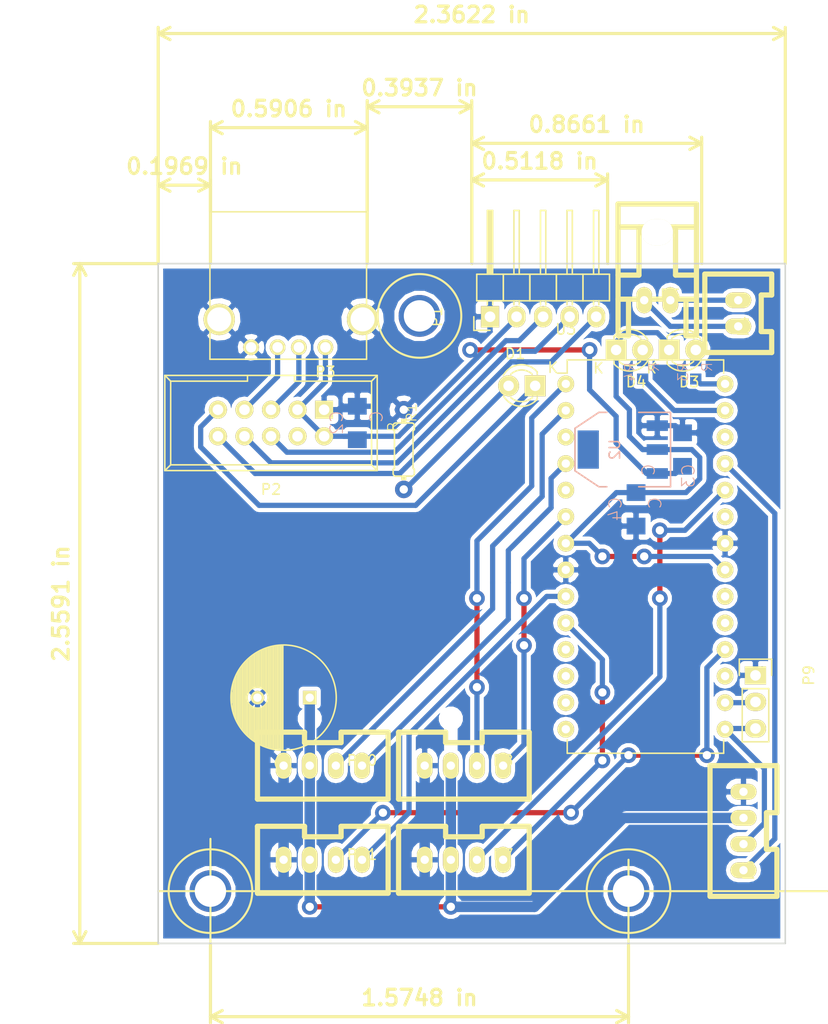
<source format=kicad_pcb>
(kicad_pcb (version 4) (host pcbnew 4.0.2-stable)

  (general
    (links 59)
    (no_connects 0)
    (area -15.499999 -24.85 64.100001 74.700001)
    (thickness 1.6)
    (drawings 18)
    (tracks 236)
    (zones 0)
    (modules 23)
    (nets 29)
  )

  (page A4)
  (layers
    (0 F.Cu signal)
    (31 B.Cu signal)
    (32 B.Adhes user)
    (33 F.Adhes user)
    (34 B.Paste user)
    (35 F.Paste user)
    (36 B.SilkS user)
    (37 F.SilkS user)
    (38 B.Mask user)
    (39 F.Mask user)
    (40 Dwgs.User user)
    (41 Cmts.User user)
    (42 Eco1.User user)
    (43 Eco2.User user)
    (44 Edge.Cuts user)
    (45 Margin user)
    (46 B.CrtYd user)
    (47 F.CrtYd user)
    (48 B.Fab user)
    (49 F.Fab user)
  )

  (setup
    (last_trace_width 1)
    (user_trace_width 0.5)
    (user_trace_width 1)
    (trace_clearance 0.2)
    (zone_clearance 0.4)
    (zone_45_only no)
    (trace_min 0.2)
    (segment_width 0.2)
    (edge_width 0.15)
    (via_size 0.6)
    (via_drill 0.4)
    (via_min_size 0.4)
    (via_min_drill 0.3)
    (user_via 1.5 0.8)
    (user_via 4 3)
    (uvia_size 0.3)
    (uvia_drill 0.1)
    (uvias_allowed no)
    (uvia_min_size 0.2)
    (uvia_min_drill 0.1)
    (pcb_text_width 0.3)
    (pcb_text_size 1.5 1.5)
    (mod_edge_width 0.15)
    (mod_text_size 1 1)
    (mod_text_width 0.15)
    (pad_size 1.524 1.524)
    (pad_drill 0.762)
    (pad_to_mask_clearance 0.2)
    (aux_axis_origin 0 0)
    (visible_elements 7FFFFFFF)
    (pcbplotparams
      (layerselection 0x01000_80000000)
      (usegerberextensions false)
      (excludeedgelayer true)
      (linewidth 0.100000)
      (plotframeref false)
      (viasonmask false)
      (mode 1)
      (useauxorigin false)
      (hpglpennumber 1)
      (hpglpenspeed 20)
      (hpglpendiameter 15)
      (hpglpenoverlay 2)
      (psnegative false)
      (psa4output false)
      (plotreference true)
      (plotvalue true)
      (plotinvisibletext false)
      (padsonsilk false)
      (subtractmaskfromsilk false)
      (outputformat 1)
      (mirror false)
      (drillshape 0)
      (scaleselection 1)
      (outputdirectory ""))
  )

  (net 0 "")
  (net 1 GND)
  (net 2 +5V)
  (net 3 +3.3V)
  (net 4 "Net-(D1-Pad1)")
  (net 5 "Net-(D1-Pad2)")
  (net 6 1114_RX)
  (net 7 SIGN_3)
  (net 8 PWM_3)
  (net 9 SIGN_0)
  (net 10 PWM_0)
  (net 11 SIGN_1)
  (net 12 PWM_1)
  (net 13 PWM_2)
  (net 14 SIGN_2)
  (net 15 "Net-(P2-Pad7)")
  (net 16 EN)
  (net 17 "Net-(P2-Pad5)")
  (net 18 "Net-(P1-Pad4)")
  (net 19 "Net-(P1-Pad3)")
  (net 20 1114_TX)
  (net 21 "Net-(P1-Pad5)")
  (net 22 "Net-(P4-Pad2)")
  (net 23 "Net-(P4-Pad1)")
  (net 24 LED_1)
  (net 25 LED_2)
  (net 26 5V_reray)
  (net 27 "Net-(D3-Pad2)")
  (net 28 "Net-(D4-Pad2)")

  (net_class Default "これは標準のネット クラスです。"
    (clearance 0.2)
    (trace_width 0.25)
    (via_dia 0.6)
    (via_drill 0.4)
    (uvia_dia 0.3)
    (uvia_drill 0.1)
    (add_net +3.3V)
    (add_net +5V)
    (add_net 1114_RX)
    (add_net 1114_TX)
    (add_net 5V_reray)
    (add_net EN)
    (add_net GND)
    (add_net LED_1)
    (add_net LED_2)
    (add_net "Net-(D1-Pad1)")
    (add_net "Net-(D1-Pad2)")
    (add_net "Net-(D3-Pad2)")
    (add_net "Net-(D4-Pad2)")
    (add_net "Net-(P1-Pad3)")
    (add_net "Net-(P1-Pad4)")
    (add_net "Net-(P1-Pad5)")
    (add_net "Net-(P2-Pad5)")
    (add_net "Net-(P2-Pad7)")
    (add_net "Net-(P4-Pad1)")
    (add_net "Net-(P4-Pad2)")
    (add_net PWM_0)
    (add_net PWM_1)
    (add_net PWM_2)
    (add_net PWM_3)
    (add_net SIGN_0)
    (add_net SIGN_1)
    (add_net SIGN_2)
    (add_net SIGN_3)
  )

  (module Housings_DIP:DIP-28_W15.24mm (layer F.Cu) (tedit 54130A77) (tstamp 57067F18)
    (at 39 11.5)
    (descr "28-lead dip package, row spacing 15.24 mm (600 mils)")
    (tags "dil dip 2.54 600")
    (path /5703B877)
    (fp_text reference U3 (at 0 -5.22) (layer F.SilkS)
      (effects (font (size 1 1) (thickness 0.15)))
    )
    (fp_text value LPC1114FN28 (at 0 -3.72) (layer F.Fab)
      (effects (font (size 1 1) (thickness 0.15)))
    )
    (fp_line (start -1.05 -2.45) (end -1.05 35.5) (layer F.CrtYd) (width 0.05))
    (fp_line (start 16.3 -2.45) (end 16.3 35.5) (layer F.CrtYd) (width 0.05))
    (fp_line (start -1.05 -2.45) (end 16.3 -2.45) (layer F.CrtYd) (width 0.05))
    (fp_line (start -1.05 35.5) (end 16.3 35.5) (layer F.CrtYd) (width 0.05))
    (fp_line (start 0.135 -2.295) (end 0.135 -1.025) (layer F.SilkS) (width 0.15))
    (fp_line (start 15.105 -2.295) (end 15.105 -1.025) (layer F.SilkS) (width 0.15))
    (fp_line (start 15.105 35.315) (end 15.105 34.045) (layer F.SilkS) (width 0.15))
    (fp_line (start 0.135 35.315) (end 0.135 34.045) (layer F.SilkS) (width 0.15))
    (fp_line (start 0.135 -2.295) (end 15.105 -2.295) (layer F.SilkS) (width 0.15))
    (fp_line (start 0.135 35.315) (end 15.105 35.315) (layer F.SilkS) (width 0.15))
    (fp_line (start 0.135 -1.025) (end -0.8 -1.025) (layer F.SilkS) (width 0.15))
    (pad 1 thru_hole oval (at 0 0) (size 1.6 1.6) (drill 0.8) (layers *.Cu *.Mask F.SilkS)
      (net 10 PWM_0))
    (pad 2 thru_hole oval (at 0 2.54) (size 1.6 1.6) (drill 0.8) (layers *.Cu *.Mask F.SilkS)
      (net 12 PWM_1))
    (pad 3 thru_hole oval (at 0 5.08) (size 1.6 1.6) (drill 0.8) (layers *.Cu *.Mask F.SilkS))
    (pad 4 thru_hole oval (at 0 7.62) (size 1.6 1.6) (drill 0.8) (layers *.Cu *.Mask F.SilkS)
      (net 11 SIGN_1))
    (pad 5 thru_hole oval (at 0 10.16) (size 1.6 1.6) (drill 0.8) (layers *.Cu *.Mask F.SilkS))
    (pad 6 thru_hole oval (at 0 12.7) (size 1.6 1.6) (drill 0.8) (layers *.Cu *.Mask F.SilkS)
      (net 9 SIGN_0))
    (pad 7 thru_hole oval (at 0 15.24) (size 1.6 1.6) (drill 0.8) (layers *.Cu *.Mask F.SilkS)
      (net 3 +3.3V))
    (pad 8 thru_hole oval (at 0 17.78) (size 1.6 1.6) (drill 0.8) (layers *.Cu *.Mask F.SilkS)
      (net 1 GND))
    (pad 9 thru_hole oval (at 0 20.32) (size 1.6 1.6) (drill 0.8) (layers *.Cu *.Mask F.SilkS)
      (net 14 SIGN_2))
    (pad 10 thru_hole oval (at 0 22.86) (size 1.6 1.6) (drill 0.8) (layers *.Cu *.Mask F.SilkS)
      (net 7 SIGN_3))
    (pad 11 thru_hole oval (at 0 25.4) (size 1.6 1.6) (drill 0.8) (layers *.Cu *.Mask F.SilkS))
    (pad 12 thru_hole oval (at 0 27.94) (size 1.6 1.6) (drill 0.8) (layers *.Cu *.Mask F.SilkS))
    (pad 13 thru_hole oval (at 0 30.48) (size 1.6 1.6) (drill 0.8) (layers *.Cu *.Mask F.SilkS))
    (pad 14 thru_hole oval (at 0 33.02) (size 1.6 1.6) (drill 0.8) (layers *.Cu *.Mask F.SilkS))
    (pad 15 thru_hole oval (at 15.24 33.02) (size 1.6 1.6) (drill 0.8) (layers *.Cu *.Mask F.SilkS)
      (net 6 1114_RX))
    (pad 16 thru_hole oval (at 15.24 30.48) (size 1.6 1.6) (drill 0.8) (layers *.Cu *.Mask F.SilkS)
      (net 20 1114_TX))
    (pad 17 thru_hole oval (at 15.24 27.94) (size 1.6 1.6) (drill 0.8) (layers *.Cu *.Mask F.SilkS))
    (pad 18 thru_hole oval (at 15.24 25.4) (size 1.6 1.6) (drill 0.8) (layers *.Cu *.Mask F.SilkS)
      (net 13 PWM_2))
    (pad 19 thru_hole oval (at 15.24 22.86) (size 1.6 1.6) (drill 0.8) (layers *.Cu *.Mask F.SilkS))
    (pad 20 thru_hole oval (at 15.24 20.32) (size 1.6 1.6) (drill 0.8) (layers *.Cu *.Mask F.SilkS))
    (pad 21 thru_hole oval (at 15.24 17.78) (size 1.6 1.6) (drill 0.8) (layers *.Cu *.Mask F.SilkS)
      (net 3 +3.3V))
    (pad 22 thru_hole oval (at 15.24 15.24) (size 1.6 1.6) (drill 0.8) (layers *.Cu *.Mask F.SilkS)
      (net 1 GND))
    (pad 23 thru_hole oval (at 15.24 12.7) (size 1.6 1.6) (drill 0.8) (layers *.Cu *.Mask F.SilkS))
    (pad 24 thru_hole oval (at 15.24 10.16) (size 1.6 1.6) (drill 0.8) (layers *.Cu *.Mask F.SilkS)
      (net 8 PWM_3))
    (pad 25 thru_hole oval (at 15.24 7.62) (size 1.6 1.6) (drill 0.8) (layers *.Cu *.Mask F.SilkS)
      (net 16 EN))
    (pad 26 thru_hole oval (at 15.24 5.08) (size 1.6 1.6) (drill 0.8) (layers *.Cu *.Mask F.SilkS))
    (pad 27 thru_hole oval (at 15.24 2.54) (size 1.6 1.6) (drill 0.8) (layers *.Cu *.Mask F.SilkS)
      (net 24 LED_1))
    (pad 28 thru_hole oval (at 15.24 0) (size 1.6 1.6) (drill 0.8) (layers *.Cu *.Mask F.SilkS)
      (net 25 LED_2))
    (model Housings_DIP.3dshapes/DIP-28_W15.24mm.wrl
      (at (xyz 0 0 0))
      (scale (xyz 1 1 1))
      (rotate (xyz 0 0 0))
    )
  )

  (module RP_KiCAD_Libs:0204_2f7 (layer F.Cu) (tedit 0) (tstamp 57067EE8)
    (at 23.495 17.78 270)
    (descr "<b>RESISTOR</b><p>\ntype 0204, grid 7.5 mm")
    (path /5703A2A3)
    (fp_text reference R1 (at -2.54 -1.2954 270) (layer F.SilkS)
      (effects (font (size 0.94107 0.94107) (thickness 0.09906)) (justify left bottom))
    )
    (fp_text value R (at -1.6256 0.4826 270) (layer F.SilkS)
      (effects (font (size 0.94107 0.94107) (thickness 0.09906)) (justify left bottom))
    )
    (fp_line (start 3.81 0) (end 2.921 0) (layer Dwgs.User) (width 0.508))
    (fp_line (start -3.81 0) (end -2.921 0) (layer Dwgs.User) (width 0.508))
    (fp_arc (start -2.286 -0.762) (end -2.54 -0.762) (angle 90) (layer F.SilkS) (width 0.1524))
    (fp_arc (start -2.286 0.762) (end -2.54 0.762) (angle -90) (layer F.SilkS) (width 0.1524))
    (fp_arc (start 2.286 0.762) (end 2.286 1.016) (angle -90) (layer F.SilkS) (width 0.1524))
    (fp_arc (start 2.286 -0.762) (end 2.286 -1.016) (angle 90) (layer F.SilkS) (width 0.1524))
    (fp_line (start -2.54 0.762) (end -2.54 -0.762) (layer F.SilkS) (width 0.1524))
    (fp_line (start -2.286 -1.016) (end -1.905 -1.016) (layer F.SilkS) (width 0.1524))
    (fp_line (start -1.778 -0.889) (end -1.905 -1.016) (layer F.SilkS) (width 0.1524))
    (fp_line (start -2.286 1.016) (end -1.905 1.016) (layer F.SilkS) (width 0.1524))
    (fp_line (start -1.778 0.889) (end -1.905 1.016) (layer F.SilkS) (width 0.1524))
    (fp_line (start 1.778 -0.889) (end 1.905 -1.016) (layer F.SilkS) (width 0.1524))
    (fp_line (start 1.778 -0.889) (end -1.778 -0.889) (layer F.SilkS) (width 0.1524))
    (fp_line (start 1.778 0.889) (end 1.905 1.016) (layer F.SilkS) (width 0.1524))
    (fp_line (start 1.778 0.889) (end -1.778 0.889) (layer F.SilkS) (width 0.1524))
    (fp_line (start 2.286 -1.016) (end 1.905 -1.016) (layer F.SilkS) (width 0.1524))
    (fp_line (start 2.286 1.016) (end 1.905 1.016) (layer F.SilkS) (width 0.1524))
    (fp_line (start 2.54 0.762) (end 2.54 -0.762) (layer F.SilkS) (width 0.1524))
    (fp_poly (pts (xy 2.54 0.254) (xy 2.921 0.254) (xy 2.921 -0.254) (xy 2.54 -0.254)) (layer F.SilkS) (width 0))
    (fp_poly (pts (xy -2.921 0.254) (xy -2.54 0.254) (xy -2.54 -0.254) (xy -2.921 -0.254)) (layer F.SilkS) (width 0))
    (pad 1 thru_hole circle (at -3.81 0 270) (size 1.6764 1.6764) (drill 0.8) (layers *.Cu *.Mask)
      (net 1 GND))
    (pad 2 thru_hole circle (at 3.81 0 270) (size 1.6764 1.6764) (drill 0.8) (layers *.Cu *.Mask)
      (net 5 "Net-(D1-Pad2)"))
    (model discret/resistors/horizontal/r_h_820R.wrl
      (at (xyz 0 0 0))
      (scale (xyz 0.3 0.3 0.3))
      (rotate (xyz 0 0 0))
    )
  )

  (module RP_KiCAD_Connector:XA_4T (layer F.Cu) (tedit 57047150) (tstamp 57067EBB)
    (at 56 58 90)
    (path /570640F9)
    (fp_text reference P6 (at 0 0.5 90) (layer F.SilkS)
      (effects (font (size 1 1) (thickness 0.15)))
    )
    (fp_text value CONN_01X04 (at 0 -0.5 90) (layer F.Fab)
      (effects (font (size 1 1) (thickness 0.15)))
    )
    (fp_line (start -2.5 3.2) (end 2 3.2) (layer F.SilkS) (width 0.5))
    (fp_line (start 2 3.2) (end 2 2.2) (layer F.SilkS) (width 0.5))
    (fp_line (start 2 2.2) (end 5.5 2.2) (layer F.SilkS) (width 0.5))
    (fp_line (start 5.5 2.2) (end 5.5 3.2) (layer F.SilkS) (width 0.5))
    (fp_line (start 5.5 3.2) (end 10 3.2) (layer F.SilkS) (width 0.5))
    (fp_line (start 10 -3.2) (end -2.5 -3.2) (layer F.SilkS) (width 0.5))
    (fp_line (start 10 3.2) (end 10 -3.2) (layer F.SilkS) (width 0.5))
    (fp_line (start -2.5 -3.2) (end -2.5 3.2) (layer F.SilkS) (width 0.5))
    (pad 4 thru_hole oval (at 0 0 90) (size 1.5 2.5) (drill 0.8) (layers *.Cu *.Mask F.SilkS)
      (net 16 EN))
    (pad 3 thru_hole oval (at 2.5 0 90) (size 1.5 2.5) (drill 0.8) (layers *.Cu *.Mask F.SilkS)
      (net 6 1114_RX))
    (pad 2 thru_hole oval (at 5 0 90) (size 1.5 2.5) (drill 0.8) (layers *.Cu *.Mask F.SilkS)
      (net 26 5V_reray))
    (pad 1 thru_hole oval (at 7.5 0 90) (size 1.5 2.5) (drill 0.8) (layers *.Cu *.Mask F.SilkS)
      (net 1 GND))
    (model conn_XA/XA_4T.wrl
      (at (xyz 0.15 0 0))
      (scale (xyz 3.95 3.95 3.95))
      (rotate (xyz -90 0 0))
    )
  )

  (module RP_KiCAD_Connector:XA_4T (layer F.Cu) (tedit 57047150) (tstamp 57067EDA)
    (at 19.5 48 180)
    (path /570483B7)
    (fp_text reference P10 (at 0 0.5 180) (layer F.SilkS)
      (effects (font (size 1 1) (thickness 0.15)))
    )
    (fp_text value CONN_01X04 (at 0 -0.5 180) (layer F.Fab)
      (effects (font (size 1 1) (thickness 0.15)))
    )
    (fp_line (start -2.5 3.2) (end 2 3.2) (layer F.SilkS) (width 0.5))
    (fp_line (start 2 3.2) (end 2 2.2) (layer F.SilkS) (width 0.5))
    (fp_line (start 2 2.2) (end 5.5 2.2) (layer F.SilkS) (width 0.5))
    (fp_line (start 5.5 2.2) (end 5.5 3.2) (layer F.SilkS) (width 0.5))
    (fp_line (start 5.5 3.2) (end 10 3.2) (layer F.SilkS) (width 0.5))
    (fp_line (start 10 -3.2) (end -2.5 -3.2) (layer F.SilkS) (width 0.5))
    (fp_line (start 10 3.2) (end 10 -3.2) (layer F.SilkS) (width 0.5))
    (fp_line (start -2.5 -3.2) (end -2.5 3.2) (layer F.SilkS) (width 0.5))
    (pad 4 thru_hole oval (at 0 0 180) (size 1.5 2.5) (drill 0.8) (layers *.Cu *.Mask F.SilkS)
      (net 11 SIGN_1))
    (pad 3 thru_hole oval (at 2.5 0 180) (size 1.5 2.5) (drill 0.8) (layers *.Cu *.Mask F.SilkS)
      (net 12 PWM_1))
    (pad 2 thru_hole oval (at 5 0 180) (size 1.5 2.5) (drill 0.8) (layers *.Cu *.Mask F.SilkS)
      (net 26 5V_reray))
    (pad 1 thru_hole oval (at 7.5 0 180) (size 1.5 2.5) (drill 0.8) (layers *.Cu *.Mask F.SilkS)
      (net 1 GND))
    (model conn_XA/XA_4T.wrl
      (at (xyz 0.15 0 0))
      (scale (xyz 3.95 3.95 3.95))
      (rotate (xyz -90 0 0))
    )
  )

  (module Connect:IDC_Header_Straight_10pins (layer F.Cu) (tedit 0) (tstamp 570CBDFB)
    (at 15.875 13.97 180)
    (descr "10 pins through hole IDC header")
    (tags "IDC header socket VASCH")
    (path /5703AE83)
    (fp_text reference P2 (at 5.08 -7.62 180) (layer F.SilkS)
      (effects (font (size 1 1) (thickness 0.15)))
    )
    (fp_text value CONN_02X05 (at 5.08 5.223 180) (layer F.Fab)
      (effects (font (size 1 1) (thickness 0.15)))
    )
    (fp_line (start -5.08 -5.82) (end 15.24 -5.82) (layer F.SilkS) (width 0.15))
    (fp_line (start -4.54 -5.27) (end 14.68 -5.27) (layer F.SilkS) (width 0.15))
    (fp_line (start -5.08 3.28) (end 15.24 3.28) (layer F.SilkS) (width 0.15))
    (fp_line (start -4.54 2.73) (end 2.83 2.73) (layer F.SilkS) (width 0.15))
    (fp_line (start 7.33 2.73) (end 14.68 2.73) (layer F.SilkS) (width 0.15))
    (fp_line (start 2.83 2.73) (end 2.83 3.28) (layer F.SilkS) (width 0.15))
    (fp_line (start 7.33 2.73) (end 7.33 3.28) (layer F.SilkS) (width 0.15))
    (fp_line (start -5.08 -5.82) (end -5.08 3.28) (layer F.SilkS) (width 0.15))
    (fp_line (start -4.54 -5.27) (end -4.54 2.73) (layer F.SilkS) (width 0.15))
    (fp_line (start 15.24 -5.82) (end 15.24 3.28) (layer F.SilkS) (width 0.15))
    (fp_line (start 14.68 -5.27) (end 14.68 2.73) (layer F.SilkS) (width 0.15))
    (fp_line (start -5.08 -5.82) (end -4.54 -5.27) (layer F.SilkS) (width 0.15))
    (fp_line (start 15.24 -5.82) (end 14.68 -5.27) (layer F.SilkS) (width 0.15))
    (fp_line (start -5.08 3.28) (end -4.54 2.73) (layer F.SilkS) (width 0.15))
    (fp_line (start 15.24 3.28) (end 14.68 2.73) (layer F.SilkS) (width 0.15))
    (fp_line (start -5.35 -6.05) (end 15.5 -6.05) (layer F.CrtYd) (width 0.05))
    (fp_line (start 15.5 -6.05) (end 15.5 3.55) (layer F.CrtYd) (width 0.05))
    (fp_line (start 15.5 3.55) (end -5.35 3.55) (layer F.CrtYd) (width 0.05))
    (fp_line (start -5.35 3.55) (end -5.35 -6.05) (layer F.CrtYd) (width 0.05))
    (pad 1 thru_hole rect (at 0 0 180) (size 1.7272 1.7272) (drill 1.016) (layers *.Cu *.Mask F.SilkS)
      (net 1 GND))
    (pad 2 thru_hole oval (at 0 -2.54 180) (size 1.7272 1.7272) (drill 1.016) (layers *.Cu *.Mask F.SilkS)
      (net 2 +5V))
    (pad 3 thru_hole oval (at 2.54 0 180) (size 1.7272 1.7272) (drill 1.016) (layers *.Cu *.Mask F.SilkS)
      (net 2 +5V))
    (pad 4 thru_hole oval (at 2.54 -2.54 180) (size 1.7272 1.7272) (drill 1.016) (layers *.Cu *.Mask F.SilkS))
    (pad 5 thru_hole oval (at 5.08 0 180) (size 1.7272 1.7272) (drill 1.016) (layers *.Cu *.Mask F.SilkS)
      (net 17 "Net-(P2-Pad5)"))
    (pad 6 thru_hole oval (at 5.08 -2.54 180) (size 1.7272 1.7272) (drill 1.016) (layers *.Cu *.Mask F.SilkS)
      (net 19 "Net-(P1-Pad3)"))
    (pad 7 thru_hole oval (at 7.62 0 180) (size 1.7272 1.7272) (drill 1.016) (layers *.Cu *.Mask F.SilkS)
      (net 15 "Net-(P2-Pad7)"))
    (pad 8 thru_hole oval (at 7.62 -2.54 180) (size 1.7272 1.7272) (drill 1.016) (layers *.Cu *.Mask F.SilkS)
      (net 18 "Net-(P1-Pad4)"))
    (pad 9 thru_hole oval (at 10.16 0 180) (size 1.7272 1.7272) (drill 1.016) (layers *.Cu *.Mask F.SilkS)
      (net 4 "Net-(D1-Pad1)"))
    (pad 10 thru_hole oval (at 10.16 -2.54 180) (size 1.7272 1.7272) (drill 1.016) (layers *.Cu *.Mask F.SilkS)
      (net 21 "Net-(P1-Pad5)"))
    (model connectors/header_sockets/header_5x2.wrl
      (at (xyz 0.2 0.05 0))
      (scale (xyz 1 1 1))
      (rotate (xyz 0 0 0))
    )
  )

  (module RP_KiCAD_Libs:C3216 (layer B.Cu) (tedit 0) (tstamp 57067E67)
    (at 50.165 17.78 90)
    (descr <b>CAPACITOR</b>)
    (path /57046625)
    (fp_text reference C3 (at -1.27 1.27 90) (layer B.SilkS)
      (effects (font (size 1.2065 1.2065) (thickness 0.1016)) (justify left bottom mirror))
    )
    (fp_text value C (at -1.27 -2.54 90) (layer B.SilkS)
      (effects (font (size 1.2065 1.2065) (thickness 0.1016)) (justify left bottom mirror))
    )
    (fp_line (start -0.965 0.787) (end 0.965 0.787) (layer Dwgs.User) (width 0.1016))
    (fp_line (start -0.965 -0.787) (end 0.965 -0.787) (layer Dwgs.User) (width 0.1016))
    (fp_poly (pts (xy -1.7018 -0.8509) (xy -0.9517 -0.8509) (xy -0.9517 0.8491) (xy -1.7018 0.8491)) (layer Dwgs.User) (width 0))
    (fp_poly (pts (xy 0.9517 -0.8491) (xy 1.7018 -0.8491) (xy 1.7018 0.8509) (xy 0.9517 0.8509)) (layer Dwgs.User) (width 0))
    (fp_poly (pts (xy -0.3 -0.5001) (xy 0.3 -0.5001) (xy 0.3 0.5001) (xy -0.3 0.5001)) (layer B.Adhes) (width 0))
    (pad 1 smd rect (at -1.6 0 90) (size 1.6 1.8) (layers B.Cu B.Paste B.Mask)
      (net 2 +5V))
    (pad 2 smd rect (at 1.6 0 90) (size 1.6 1.8) (layers B.Cu B.Paste B.Mask)
      (net 1 GND))
    (model Resistors_SMD.3dshapes/R_1206.wrl
      (at (xyz 0 0 0))
      (scale (xyz 1 1 1))
      (rotate (xyz 0 0 0))
    )
  )

  (module RP_KiCAD_Libs:C3216 (layer B.Cu) (tedit 0) (tstamp 57067E6D)
    (at 45.72 23.495 270)
    (descr <b>CAPACITOR</b>)
    (path /5704650C)
    (fp_text reference C4 (at -1.27 1.27 270) (layer B.SilkS)
      (effects (font (size 1.2065 1.2065) (thickness 0.1016)) (justify left bottom mirror))
    )
    (fp_text value C (at -1.27 -2.54 270) (layer B.SilkS)
      (effects (font (size 1.2065 1.2065) (thickness 0.1016)) (justify left bottom mirror))
    )
    (fp_line (start -0.965 0.787) (end 0.965 0.787) (layer Dwgs.User) (width 0.1016))
    (fp_line (start -0.965 -0.787) (end 0.965 -0.787) (layer Dwgs.User) (width 0.1016))
    (fp_poly (pts (xy -1.7018 -0.8509) (xy -0.9517 -0.8509) (xy -0.9517 0.8491) (xy -1.7018 0.8491)) (layer Dwgs.User) (width 0))
    (fp_poly (pts (xy 0.9517 -0.8491) (xy 1.7018 -0.8491) (xy 1.7018 0.8509) (xy 0.9517 0.8509)) (layer Dwgs.User) (width 0))
    (fp_poly (pts (xy -0.3 -0.5001) (xy 0.3 -0.5001) (xy 0.3 0.5001) (xy -0.3 0.5001)) (layer B.Adhes) (width 0))
    (pad 1 smd rect (at -1.6 0 270) (size 1.6 1.8) (layers B.Cu B.Paste B.Mask)
      (net 3 +3.3V))
    (pad 2 smd rect (at 1.6 0 270) (size 1.6 1.8) (layers B.Cu B.Paste B.Mask)
      (net 1 GND))
    (model Resistors_SMD.3dshapes/R_1206.wrl
      (at (xyz 0 0 0))
      (scale (xyz 1 1 1))
      (rotate (xyz 0 0 0))
    )
  )

  (module LEDs:LED-3MM (layer F.Cu) (tedit 559B82F6) (tstamp 57067E73)
    (at 36.068 11.684 180)
    (descr "LED 3mm round vertical")
    (tags "LED  3mm round vertical")
    (path /5703A260)
    (fp_text reference D1 (at 1.91 3.06 180) (layer F.SilkS)
      (effects (font (size 1 1) (thickness 0.15)))
    )
    (fp_text value LED (at 1.3 -2.9 180) (layer F.Fab)
      (effects (font (size 1 1) (thickness 0.15)))
    )
    (fp_line (start -1.2 2.3) (end 3.8 2.3) (layer F.CrtYd) (width 0.05))
    (fp_line (start 3.8 2.3) (end 3.8 -2.2) (layer F.CrtYd) (width 0.05))
    (fp_line (start 3.8 -2.2) (end -1.2 -2.2) (layer F.CrtYd) (width 0.05))
    (fp_line (start -1.2 -2.2) (end -1.2 2.3) (layer F.CrtYd) (width 0.05))
    (fp_line (start -0.199 1.314) (end -0.199 1.114) (layer F.SilkS) (width 0.15))
    (fp_line (start -0.199 -1.28) (end -0.199 -1.1) (layer F.SilkS) (width 0.15))
    (fp_arc (start 1.301 0.034) (end -0.199 -1.286) (angle 108.5) (layer F.SilkS) (width 0.15))
    (fp_arc (start 1.301 0.034) (end 0.25 -1.1) (angle 85.7) (layer F.SilkS) (width 0.15))
    (fp_arc (start 1.311 0.034) (end 3.051 0.994) (angle 110) (layer F.SilkS) (width 0.15))
    (fp_arc (start 1.301 0.034) (end 2.335 1.094) (angle 87.5) (layer F.SilkS) (width 0.15))
    (fp_text user K (at -1.69 1.74 180) (layer F.SilkS)
      (effects (font (size 1 1) (thickness 0.15)))
    )
    (pad 1 thru_hole rect (at 0 0 270) (size 2 2) (drill 1.00076) (layers *.Cu *.Mask F.SilkS)
      (net 4 "Net-(D1-Pad1)"))
    (pad 2 thru_hole circle (at 2.54 0 180) (size 2 2) (drill 1.00076) (layers *.Cu *.Mask F.SilkS)
      (net 5 "Net-(D1-Pad2)"))
    (model LEDs.3dshapes/LED-3MM.wrl
      (at (xyz 0.05 0 0))
      (scale (xyz 1 1 1))
      (rotate (xyz 0 0 90))
    )
  )

  (module Connect:USB_A (layer F.Cu) (tedit 5543E289) (tstamp 57067E99)
    (at 16 8 180)
    (descr "USB A connector")
    (tags "USB USB_A")
    (path /57039D70)
    (fp_text reference P3 (at 0 -2.35 180) (layer F.SilkS)
      (effects (font (size 1 1) (thickness 0.15)))
    )
    (fp_text value USB_A (at 3.83794 7.43458 180) (layer F.Fab)
      (effects (font (size 1 1) (thickness 0.15)))
    )
    (fp_line (start -5.3 13.2) (end -5.3 -1.4) (layer F.CrtYd) (width 0.05))
    (fp_line (start 11.95 -1.4) (end 11.95 13.2) (layer F.CrtYd) (width 0.05))
    (fp_line (start -5.3 13.2) (end 11.95 13.2) (layer F.CrtYd) (width 0.05))
    (fp_line (start -5.3 -1.4) (end 11.95 -1.4) (layer F.CrtYd) (width 0.05))
    (fp_line (start 11.04986 -1.14512) (end 11.04986 12.95188) (layer F.SilkS) (width 0.15))
    (fp_line (start -3.93614 12.95188) (end -3.93614 -1.14512) (layer F.SilkS) (width 0.15))
    (fp_line (start 11.04986 -1.14512) (end -3.93614 -1.14512) (layer F.SilkS) (width 0.15))
    (fp_line (start 11.04986 12.95188) (end -3.93614 12.95188) (layer F.SilkS) (width 0.15))
    (pad 4 thru_hole circle (at 7.11286 -0.00212 90) (size 1.50114 1.50114) (drill 1.00076) (layers *.Cu *.Mask F.SilkS)
      (net 1 GND))
    (pad 3 thru_hole circle (at 4.57286 -0.00212 90) (size 1.50114 1.50114) (drill 1.00076) (layers *.Cu *.Mask F.SilkS)
      (net 15 "Net-(P2-Pad7)"))
    (pad 2 thru_hole circle (at 2.54086 -0.00212 90) (size 1.50114 1.50114) (drill 1.00076) (layers *.Cu *.Mask F.SilkS)
      (net 17 "Net-(P2-Pad5)"))
    (pad 1 thru_hole circle (at 0.00086 -0.00212 90) (size 1.50114 1.50114) (drill 1.00076) (layers *.Cu *.Mask F.SilkS)
      (net 2 +5V))
    (pad 5 thru_hole circle (at 10.16086 2.66488 90) (size 2.99974 2.99974) (drill 2.30124) (layers *.Cu *.Mask F.SilkS)
      (net 1 GND))
    (pad 5 thru_hole circle (at -3.55514 2.66488 90) (size 2.99974 2.99974) (drill 2.30124) (layers *.Cu *.Mask F.SilkS)
      (net 1 GND))
    (model Connect.3dshapes/USB_A.wrl
      (at (xyz 0.14 0 0))
      (scale (xyz 1 1 1))
      (rotate (xyz 0 0 90))
    )
  )

  (module RP_KiCAD_Connector:XA_4T (layer F.Cu) (tedit 57047150) (tstamp 57067EC3)
    (at 33 57 180)
    (path /57049664)
    (fp_text reference P7 (at 0 0.5 180) (layer F.SilkS)
      (effects (font (size 1 1) (thickness 0.15)))
    )
    (fp_text value CONN_01X04 (at 0 -0.5 180) (layer F.Fab)
      (effects (font (size 1 1) (thickness 0.15)))
    )
    (fp_line (start -2.5 3.2) (end 2 3.2) (layer F.SilkS) (width 0.5))
    (fp_line (start 2 3.2) (end 2 2.2) (layer F.SilkS) (width 0.5))
    (fp_line (start 2 2.2) (end 5.5 2.2) (layer F.SilkS) (width 0.5))
    (fp_line (start 5.5 2.2) (end 5.5 3.2) (layer F.SilkS) (width 0.5))
    (fp_line (start 5.5 3.2) (end 10 3.2) (layer F.SilkS) (width 0.5))
    (fp_line (start 10 -3.2) (end -2.5 -3.2) (layer F.SilkS) (width 0.5))
    (fp_line (start 10 3.2) (end 10 -3.2) (layer F.SilkS) (width 0.5))
    (fp_line (start -2.5 -3.2) (end -2.5 3.2) (layer F.SilkS) (width 0.5))
    (pad 4 thru_hole oval (at 0 0 180) (size 1.5 2.5) (drill 0.8) (layers *.Cu *.Mask F.SilkS)
      (net 7 SIGN_3))
    (pad 3 thru_hole oval (at 2.5 0 180) (size 1.5 2.5) (drill 0.8) (layers *.Cu *.Mask F.SilkS)
      (net 8 PWM_3))
    (pad 2 thru_hole oval (at 5 0 180) (size 1.5 2.5) (drill 0.8) (layers *.Cu *.Mask F.SilkS)
      (net 26 5V_reray))
    (pad 1 thru_hole oval (at 7.5 0 180) (size 1.5 2.5) (drill 0.8) (layers *.Cu *.Mask F.SilkS)
      (net 1 GND))
    (model conn_XA/XA_4T.wrl
      (at (xyz 0.15 0 0))
      (scale (xyz 3.95 3.95 3.95))
      (rotate (xyz -90 0 0))
    )
  )

  (module RP_KiCAD_Connector:XA_4T (layer F.Cu) (tedit 57047150) (tstamp 57067ECB)
    (at 33 48 180)
    (path /570484C4)
    (fp_text reference P8 (at 0 0.5 180) (layer F.SilkS)
      (effects (font (size 1 1) (thickness 0.15)))
    )
    (fp_text value CONN_01X04 (at 0 -0.5 180) (layer F.Fab)
      (effects (font (size 1 1) (thickness 0.15)))
    )
    (fp_line (start -2.5 3.2) (end 2 3.2) (layer F.SilkS) (width 0.5))
    (fp_line (start 2 3.2) (end 2 2.2) (layer F.SilkS) (width 0.5))
    (fp_line (start 2 2.2) (end 5.5 2.2) (layer F.SilkS) (width 0.5))
    (fp_line (start 5.5 2.2) (end 5.5 3.2) (layer F.SilkS) (width 0.5))
    (fp_line (start 5.5 3.2) (end 10 3.2) (layer F.SilkS) (width 0.5))
    (fp_line (start 10 -3.2) (end -2.5 -3.2) (layer F.SilkS) (width 0.5))
    (fp_line (start 10 3.2) (end 10 -3.2) (layer F.SilkS) (width 0.5))
    (fp_line (start -2.5 -3.2) (end -2.5 3.2) (layer F.SilkS) (width 0.5))
    (pad 4 thru_hole oval (at 0 0 180) (size 1.5 2.5) (drill 0.8) (layers *.Cu *.Mask F.SilkS)
      (net 9 SIGN_0))
    (pad 3 thru_hole oval (at 2.5 0 180) (size 1.5 2.5) (drill 0.8) (layers *.Cu *.Mask F.SilkS)
      (net 10 PWM_0))
    (pad 2 thru_hole oval (at 5 0 180) (size 1.5 2.5) (drill 0.8) (layers *.Cu *.Mask F.SilkS)
      (net 26 5V_reray))
    (pad 1 thru_hole oval (at 7.5 0 180) (size 1.5 2.5) (drill 0.8) (layers *.Cu *.Mask F.SilkS)
      (net 1 GND))
    (model conn_XA/XA_4T.wrl
      (at (xyz 0.15 0 0))
      (scale (xyz 3.95 3.95 3.95))
      (rotate (xyz -90 0 0))
    )
  )

  (module RP_KiCAD_Connector:XA_4T (layer F.Cu) (tedit 57047150) (tstamp 57067EE2)
    (at 19.5 57 180)
    (path /57047EC1)
    (fp_text reference P11 (at 0 0.5 180) (layer F.SilkS)
      (effects (font (size 1 1) (thickness 0.15)))
    )
    (fp_text value CONN_01X04 (at 0 -0.5 180) (layer F.Fab)
      (effects (font (size 1 1) (thickness 0.15)))
    )
    (fp_line (start -2.5 3.2) (end 2 3.2) (layer F.SilkS) (width 0.5))
    (fp_line (start 2 3.2) (end 2 2.2) (layer F.SilkS) (width 0.5))
    (fp_line (start 2 2.2) (end 5.5 2.2) (layer F.SilkS) (width 0.5))
    (fp_line (start 5.5 2.2) (end 5.5 3.2) (layer F.SilkS) (width 0.5))
    (fp_line (start 5.5 3.2) (end 10 3.2) (layer F.SilkS) (width 0.5))
    (fp_line (start 10 -3.2) (end -2.5 -3.2) (layer F.SilkS) (width 0.5))
    (fp_line (start 10 3.2) (end 10 -3.2) (layer F.SilkS) (width 0.5))
    (fp_line (start -2.5 -3.2) (end -2.5 3.2) (layer F.SilkS) (width 0.5))
    (pad 4 thru_hole oval (at 0 0 180) (size 1.5 2.5) (drill 0.8) (layers *.Cu *.Mask F.SilkS)
      (net 14 SIGN_2))
    (pad 3 thru_hole oval (at 2.5 0 180) (size 1.5 2.5) (drill 0.8) (layers *.Cu *.Mask F.SilkS)
      (net 13 PWM_2))
    (pad 2 thru_hole oval (at 5 0 180) (size 1.5 2.5) (drill 0.8) (layers *.Cu *.Mask F.SilkS)
      (net 26 5V_reray))
    (pad 1 thru_hole oval (at 7.5 0 180) (size 1.5 2.5) (drill 0.8) (layers *.Cu *.Mask F.SilkS)
      (net 1 GND))
    (model conn_XA/XA_4T.wrl
      (at (xyz 0.15 0 0))
      (scale (xyz 3.95 3.95 3.95))
      (rotate (xyz -90 0 0))
    )
  )

  (module TO_SOT_Packages_SMD:SOT-223 (layer B.Cu) (tedit 0) (tstamp 57067EF8)
    (at 44.45 17.78 270)
    (descr "module CMS SOT223 4 pins")
    (tags "CMS SOT")
    (path /570459A0)
    (attr smd)
    (fp_text reference U2 (at 0 0.762 270) (layer B.SilkS)
      (effects (font (size 1 1) (thickness 0.15)) (justify mirror))
    )
    (fp_text value LM1084IT-3.3/NOPB (at 0 -0.762 270) (layer B.Fab)
      (effects (font (size 1 1) (thickness 0.15)) (justify mirror))
    )
    (fp_line (start -3.556 -1.524) (end -3.556 -4.572) (layer B.SilkS) (width 0.15))
    (fp_line (start -3.556 -4.572) (end 3.556 -4.572) (layer B.SilkS) (width 0.15))
    (fp_line (start 3.556 -4.572) (end 3.556 -1.524) (layer B.SilkS) (width 0.15))
    (fp_line (start -3.556 1.524) (end -3.556 2.286) (layer B.SilkS) (width 0.15))
    (fp_line (start -3.556 2.286) (end -2.032 4.572) (layer B.SilkS) (width 0.15))
    (fp_line (start -2.032 4.572) (end 2.032 4.572) (layer B.SilkS) (width 0.15))
    (fp_line (start 2.032 4.572) (end 3.556 2.286) (layer B.SilkS) (width 0.15))
    (fp_line (start 3.556 2.286) (end 3.556 1.524) (layer B.SilkS) (width 0.15))
    (pad 4 smd rect (at 0 3.302 270) (size 3.6576 2.032) (layers B.Cu B.Paste B.Mask))
    (pad 2 smd rect (at 0 -3.302 270) (size 1.016 2.032) (layers B.Cu B.Paste B.Mask)
      (net 3 +3.3V))
    (pad 3 smd rect (at 2.286 -3.302 270) (size 1.016 2.032) (layers B.Cu B.Paste B.Mask)
      (net 2 +5V))
    (pad 1 smd rect (at -2.286 -3.302 270) (size 1.016 2.032) (layers B.Cu B.Paste B.Mask)
      (net 1 GND))
    (model TO_SOT_Packages_SMD.3dshapes/SOT-223.wrl
      (at (xyz 0 0 0))
      (scale (xyz 0.4 0.4 0.4))
      (rotate (xyz 0 0 0))
    )
  )

  (module Pin_Headers:Pin_Header_Angled_1x05 (layer F.Cu) (tedit 0) (tstamp 57474351)
    (at 31.75 5.08 90)
    (descr "Through hole pin header")
    (tags "pin header")
    (path /5721CB3F)
    (fp_text reference P1 (at 0 -5.1 90) (layer F.SilkS)
      (effects (font (size 1 1) (thickness 0.15)))
    )
    (fp_text value CONN_01X05 (at 0 -3.1 90) (layer F.Fab)
      (effects (font (size 1 1) (thickness 0.15)))
    )
    (fp_line (start -1.5 -1.75) (end -1.5 11.95) (layer F.CrtYd) (width 0.05))
    (fp_line (start 10.65 -1.75) (end 10.65 11.95) (layer F.CrtYd) (width 0.05))
    (fp_line (start -1.5 -1.75) (end 10.65 -1.75) (layer F.CrtYd) (width 0.05))
    (fp_line (start -1.5 11.95) (end 10.65 11.95) (layer F.CrtYd) (width 0.05))
    (fp_line (start -1.3 -1.55) (end -1.3 0) (layer F.SilkS) (width 0.15))
    (fp_line (start 0 -1.55) (end -1.3 -1.55) (layer F.SilkS) (width 0.15))
    (fp_line (start 4.191 -0.127) (end 10.033 -0.127) (layer F.SilkS) (width 0.15))
    (fp_line (start 10.033 -0.127) (end 10.033 0.127) (layer F.SilkS) (width 0.15))
    (fp_line (start 10.033 0.127) (end 4.191 0.127) (layer F.SilkS) (width 0.15))
    (fp_line (start 4.191 0.127) (end 4.191 0) (layer F.SilkS) (width 0.15))
    (fp_line (start 4.191 0) (end 10.033 0) (layer F.SilkS) (width 0.15))
    (fp_line (start 1.524 -0.254) (end 1.143 -0.254) (layer F.SilkS) (width 0.15))
    (fp_line (start 1.524 0.254) (end 1.143 0.254) (layer F.SilkS) (width 0.15))
    (fp_line (start 1.524 2.286) (end 1.143 2.286) (layer F.SilkS) (width 0.15))
    (fp_line (start 1.524 2.794) (end 1.143 2.794) (layer F.SilkS) (width 0.15))
    (fp_line (start 1.524 4.826) (end 1.143 4.826) (layer F.SilkS) (width 0.15))
    (fp_line (start 1.524 5.334) (end 1.143 5.334) (layer F.SilkS) (width 0.15))
    (fp_line (start 1.524 7.366) (end 1.143 7.366) (layer F.SilkS) (width 0.15))
    (fp_line (start 1.524 7.874) (end 1.143 7.874) (layer F.SilkS) (width 0.15))
    (fp_line (start 1.524 10.414) (end 1.143 10.414) (layer F.SilkS) (width 0.15))
    (fp_line (start 1.524 9.906) (end 1.143 9.906) (layer F.SilkS) (width 0.15))
    (fp_line (start 4.064 1.27) (end 4.064 -1.27) (layer F.SilkS) (width 0.15))
    (fp_line (start 10.16 0.254) (end 4.064 0.254) (layer F.SilkS) (width 0.15))
    (fp_line (start 10.16 -0.254) (end 10.16 0.254) (layer F.SilkS) (width 0.15))
    (fp_line (start 4.064 -0.254) (end 10.16 -0.254) (layer F.SilkS) (width 0.15))
    (fp_line (start 1.524 1.27) (end 4.064 1.27) (layer F.SilkS) (width 0.15))
    (fp_line (start 1.524 -1.27) (end 1.524 1.27) (layer F.SilkS) (width 0.15))
    (fp_line (start 1.524 -1.27) (end 4.064 -1.27) (layer F.SilkS) (width 0.15))
    (fp_line (start 1.524 3.81) (end 4.064 3.81) (layer F.SilkS) (width 0.15))
    (fp_line (start 1.524 3.81) (end 1.524 6.35) (layer F.SilkS) (width 0.15))
    (fp_line (start 1.524 6.35) (end 4.064 6.35) (layer F.SilkS) (width 0.15))
    (fp_line (start 4.064 4.826) (end 10.16 4.826) (layer F.SilkS) (width 0.15))
    (fp_line (start 10.16 4.826) (end 10.16 5.334) (layer F.SilkS) (width 0.15))
    (fp_line (start 10.16 5.334) (end 4.064 5.334) (layer F.SilkS) (width 0.15))
    (fp_line (start 4.064 6.35) (end 4.064 3.81) (layer F.SilkS) (width 0.15))
    (fp_line (start 4.064 3.81) (end 4.064 1.27) (layer F.SilkS) (width 0.15))
    (fp_line (start 10.16 2.794) (end 4.064 2.794) (layer F.SilkS) (width 0.15))
    (fp_line (start 10.16 2.286) (end 10.16 2.794) (layer F.SilkS) (width 0.15))
    (fp_line (start 4.064 2.286) (end 10.16 2.286) (layer F.SilkS) (width 0.15))
    (fp_line (start 1.524 3.81) (end 4.064 3.81) (layer F.SilkS) (width 0.15))
    (fp_line (start 1.524 1.27) (end 1.524 3.81) (layer F.SilkS) (width 0.15))
    (fp_line (start 1.524 1.27) (end 4.064 1.27) (layer F.SilkS) (width 0.15))
    (fp_line (start 1.524 8.89) (end 4.064 8.89) (layer F.SilkS) (width 0.15))
    (fp_line (start 1.524 8.89) (end 1.524 11.43) (layer F.SilkS) (width 0.15))
    (fp_line (start 1.524 11.43) (end 4.064 11.43) (layer F.SilkS) (width 0.15))
    (fp_line (start 4.064 9.906) (end 10.16 9.906) (layer F.SilkS) (width 0.15))
    (fp_line (start 10.16 9.906) (end 10.16 10.414) (layer F.SilkS) (width 0.15))
    (fp_line (start 10.16 10.414) (end 4.064 10.414) (layer F.SilkS) (width 0.15))
    (fp_line (start 4.064 11.43) (end 4.064 8.89) (layer F.SilkS) (width 0.15))
    (fp_line (start 4.064 8.89) (end 4.064 6.35) (layer F.SilkS) (width 0.15))
    (fp_line (start 10.16 7.874) (end 4.064 7.874) (layer F.SilkS) (width 0.15))
    (fp_line (start 10.16 7.366) (end 10.16 7.874) (layer F.SilkS) (width 0.15))
    (fp_line (start 4.064 7.366) (end 10.16 7.366) (layer F.SilkS) (width 0.15))
    (fp_line (start 1.524 8.89) (end 4.064 8.89) (layer F.SilkS) (width 0.15))
    (fp_line (start 1.524 6.35) (end 1.524 8.89) (layer F.SilkS) (width 0.15))
    (fp_line (start 1.524 6.35) (end 4.064 6.35) (layer F.SilkS) (width 0.15))
    (pad 1 thru_hole rect (at 0 0 90) (size 2.032 1.7272) (drill 1.016) (layers *.Cu *.Mask F.SilkS)
      (net 1 GND))
    (pad 2 thru_hole oval (at 0 2.54 90) (size 2.032 1.7272) (drill 1.016) (layers *.Cu *.Mask F.SilkS)
      (net 2 +5V))
    (pad 3 thru_hole oval (at 0 5.08 90) (size 2.032 1.7272) (drill 1.016) (layers *.Cu *.Mask F.SilkS)
      (net 19 "Net-(P1-Pad3)"))
    (pad 4 thru_hole oval (at 0 7.62 90) (size 2.032 1.7272) (drill 1.016) (layers *.Cu *.Mask F.SilkS)
      (net 18 "Net-(P1-Pad4)"))
    (pad 5 thru_hole oval (at 0 10.16 90) (size 2.032 1.7272) (drill 1.016) (layers *.Cu *.Mask F.SilkS)
      (net 21 "Net-(P1-Pad5)"))
    (model Pin_Headers.3dshapes/Pin_Header_Angled_1x05.wrl
      (at (xyz 0 -0.2 0))
      (scale (xyz 1 1 1))
      (rotate (xyz 0 0 90))
    )
  )

  (module RP_KiCAD_Connector:XA_2T (layer F.Cu) (tedit 570470CE) (tstamp 57474420)
    (at 55.5 6 90)
    (path /5747465C)
    (fp_text reference P4 (at 0 0.5 90) (layer F.SilkS)
      (effects (font (size 1 1) (thickness 0.15)))
    )
    (fp_text value CONN_01X02 (at 0 -0.5 90) (layer F.Fab)
      (effects (font (size 1 1) (thickness 0.15)))
    )
    (fp_line (start -2.5 3.2) (end -0.5 3.2) (layer F.SilkS) (width 0.5))
    (fp_line (start -0.5 3.2) (end -0.5 2.2) (layer F.SilkS) (width 0.5))
    (fp_line (start -0.5 2.2) (end 3 2.2) (layer F.SilkS) (width 0.5))
    (fp_line (start 3 2.2) (end 3 3.2) (layer F.SilkS) (width 0.5))
    (fp_line (start 3 3.2) (end 5 3.2) (layer F.SilkS) (width 0.5))
    (fp_line (start -2.5 -3.2) (end -2.5 3.2) (layer F.SilkS) (width 0.5))
    (fp_line (start 5 3.2) (end 5 -3.2) (layer F.SilkS) (width 0.5))
    (fp_line (start 5 -3.2) (end -2.5 -3.2) (layer F.SilkS) (width 0.5))
    (pad 2 thru_hole oval (at 0 0 90) (size 1.5 2.5) (drill 0.8) (layers *.Cu *.Mask F.SilkS)
      (net 22 "Net-(P4-Pad2)"))
    (pad 1 thru_hole oval (at 2.5 0 90) (size 1.5 2.5) (drill 0.8) (layers *.Cu *.Mask F.SilkS)
      (net 23 "Net-(P4-Pad1)"))
    (model conn_XA/XA_2T.wrl
      (at (xyz 0.05 0 0))
      (scale (xyz 4 4 4))
      (rotate (xyz -90 0 0))
    )
  )

  (module RP_KiCAD_Connector:XA_2S (layer F.Cu) (tedit 56B5841B) (tstamp 57474427)
    (at 49 3.5 180)
    (path /57474623)
    (fp_text reference P5 (at 0 0.5 180) (layer F.SilkS)
      (effects (font (size 1 1) (thickness 0.15)))
    )
    (fp_text value CONN_01X02 (at 0 -0.5 180) (layer F.Fab)
      (effects (font (size 1 1) (thickness 0.15)))
    )
    (fp_line (start -1.5 -3.4) (end -2.5 -3.4) (layer F.SilkS) (width 0.5))
    (fp_line (start 5 -3.4) (end 4 -3.4) (layer F.SilkS) (width 0.5))
    (fp_line (start 4 -3.4) (end 4 0.1) (layer F.SilkS) (width 0.5))
    (fp_line (start -1.5 -3.4) (end -1.5 0.1) (layer F.SilkS) (width 0.5))
    (fp_line (start 3 2.4) (end 5 2.4) (layer F.SilkS) (width 0.5))
    (fp_line (start -0.5 2.4) (end -2.5 2.4) (layer F.SilkS) (width 0.5))
    (fp_line (start 3 2.4) (end 3 7) (layer F.SilkS) (width 0.5))
    (fp_line (start -0.5 2.4) (end -0.5 7) (layer F.SilkS) (width 0.5))
    (fp_line (start -2.5 0.1) (end 5 0.1) (layer F.SilkS) (width 0.5))
    (fp_line (start -2.5 7) (end 5 7) (layer F.SilkS) (width 0.5))
    (fp_line (start -2.5 9.2) (end 5 9.2) (layer F.SilkS) (width 0.5))
    (fp_line (start 5 -3.4) (end 5 9.2) (layer F.SilkS) (width 0.5))
    (fp_line (start -2.5 -3.4) (end -2.5 9.2) (layer F.SilkS) (width 0.5))
    (pad 1 thru_hole oval (at 0 0 180) (size 1.5 2.5) (drill 0.8) (layers *.Cu *.Mask F.SilkS)
      (net 23 "Net-(P4-Pad1)"))
    (pad 2 thru_hole oval (at 2.5 0 180) (size 1.5 2.5) (drill 0.8) (layers *.Cu *.Mask F.SilkS)
      (net 22 "Net-(P4-Pad2)"))
    (pad "" np_thru_hole oval (at 1.25 6.5 180) (size 3 2.5) (drill oval 3 2.5) (layers *.Cu *.Mask F.SilkS))
    (model conn_XA/XA_2S.wrl
      (at (xyz 0.05 -0.2 0))
      (scale (xyz 4 4 4))
      (rotate (xyz 0 0 180))
    )
  )

  (module Socket_Strips:Socket_Strip_Straight_1x03 (layer F.Cu) (tedit 54E9F429) (tstamp 574746CF)
    (at 57.15 39.37 270)
    (descr "Through hole socket strip")
    (tags "socket strip")
    (path /570574EB)
    (fp_text reference P9 (at 0 -5.1 270) (layer F.SilkS)
      (effects (font (size 1 1) (thickness 0.15)))
    )
    (fp_text value CONN_01X03 (at 0 -3.1 270) (layer F.Fab)
      (effects (font (size 1 1) (thickness 0.15)))
    )
    (fp_line (start 0 -1.55) (end -1.55 -1.55) (layer F.SilkS) (width 0.15))
    (fp_line (start -1.55 -1.55) (end -1.55 1.55) (layer F.SilkS) (width 0.15))
    (fp_line (start -1.55 1.55) (end 0 1.55) (layer F.SilkS) (width 0.15))
    (fp_line (start -1.75 -1.75) (end -1.75 1.75) (layer F.CrtYd) (width 0.05))
    (fp_line (start 6.85 -1.75) (end 6.85 1.75) (layer F.CrtYd) (width 0.05))
    (fp_line (start -1.75 -1.75) (end 6.85 -1.75) (layer F.CrtYd) (width 0.05))
    (fp_line (start -1.75 1.75) (end 6.85 1.75) (layer F.CrtYd) (width 0.05))
    (fp_line (start 1.27 -1.27) (end 6.35 -1.27) (layer F.SilkS) (width 0.15))
    (fp_line (start 6.35 -1.27) (end 6.35 1.27) (layer F.SilkS) (width 0.15))
    (fp_line (start 6.35 1.27) (end 1.27 1.27) (layer F.SilkS) (width 0.15))
    (fp_line (start 1.27 1.27) (end 1.27 -1.27) (layer F.SilkS) (width 0.15))
    (pad 1 thru_hole rect (at 0 0 270) (size 1.7272 2.032) (drill 1.016) (layers *.Cu *.Mask F.SilkS)
      (net 1 GND))
    (pad 2 thru_hole oval (at 2.54 0 270) (size 1.7272 2.032) (drill 1.016) (layers *.Cu *.Mask F.SilkS)
      (net 20 1114_TX))
    (pad 3 thru_hole oval (at 5.08 0 270) (size 1.7272 2.032) (drill 1.016) (layers *.Cu *.Mask F.SilkS)
      (net 6 1114_RX))
    (model Socket_Strips.3dshapes/Socket_Strip_Straight_1x03.wrl
      (at (xyz 0.1 0 0))
      (scale (xyz 1 1 1))
      (rotate (xyz 0 0 180))
    )
  )

  (module LEDs:LED-3MM (layer F.Cu) (tedit 559B82F6) (tstamp 57496D4F)
    (at 48.895 8.255)
    (descr "LED 3mm round vertical")
    (tags "LED  3mm round vertical")
    (path /574972BD)
    (fp_text reference D3 (at 1.91 3.06) (layer F.SilkS)
      (effects (font (size 1 1) (thickness 0.15)))
    )
    (fp_text value LED (at 1.3 -2.9) (layer F.Fab)
      (effects (font (size 1 1) (thickness 0.15)))
    )
    (fp_line (start -1.2 2.3) (end 3.8 2.3) (layer F.CrtYd) (width 0.05))
    (fp_line (start 3.8 2.3) (end 3.8 -2.2) (layer F.CrtYd) (width 0.05))
    (fp_line (start 3.8 -2.2) (end -1.2 -2.2) (layer F.CrtYd) (width 0.05))
    (fp_line (start -1.2 -2.2) (end -1.2 2.3) (layer F.CrtYd) (width 0.05))
    (fp_line (start -0.199 1.314) (end -0.199 1.114) (layer F.SilkS) (width 0.15))
    (fp_line (start -0.199 -1.28) (end -0.199 -1.1) (layer F.SilkS) (width 0.15))
    (fp_arc (start 1.301 0.034) (end -0.199 -1.286) (angle 108.5) (layer F.SilkS) (width 0.15))
    (fp_arc (start 1.301 0.034) (end 0.25 -1.1) (angle 85.7) (layer F.SilkS) (width 0.15))
    (fp_arc (start 1.311 0.034) (end 3.051 0.994) (angle 110) (layer F.SilkS) (width 0.15))
    (fp_arc (start 1.301 0.034) (end 2.335 1.094) (angle 87.5) (layer F.SilkS) (width 0.15))
    (fp_text user K (at -1.69 1.74) (layer F.SilkS)
      (effects (font (size 1 1) (thickness 0.15)))
    )
    (pad 1 thru_hole rect (at 0 0 90) (size 2 2) (drill 1.00076) (layers *.Cu *.Mask F.SilkS)
      (net 3 +3.3V))
    (pad 2 thru_hole circle (at 2.54 0) (size 2 2) (drill 1.00076) (layers *.Cu *.Mask F.SilkS)
      (net 27 "Net-(D3-Pad2)"))
    (model LEDs.3dshapes/LED-3MM.wrl
      (at (xyz 0.05 0 0))
      (scale (xyz 1 1 1))
      (rotate (xyz 0 0 90))
    )
  )

  (module LEDs:LED-3MM (layer F.Cu) (tedit 559B82F6) (tstamp 57496D55)
    (at 43.815 8.255)
    (descr "LED 3mm round vertical")
    (tags "LED  3mm round vertical")
    (path /5749722F)
    (fp_text reference D4 (at 1.91 3.06) (layer F.SilkS)
      (effects (font (size 1 1) (thickness 0.15)))
    )
    (fp_text value LED (at 1.3 -2.9) (layer F.Fab)
      (effects (font (size 1 1) (thickness 0.15)))
    )
    (fp_line (start -1.2 2.3) (end 3.8 2.3) (layer F.CrtYd) (width 0.05))
    (fp_line (start 3.8 2.3) (end 3.8 -2.2) (layer F.CrtYd) (width 0.05))
    (fp_line (start 3.8 -2.2) (end -1.2 -2.2) (layer F.CrtYd) (width 0.05))
    (fp_line (start -1.2 -2.2) (end -1.2 2.3) (layer F.CrtYd) (width 0.05))
    (fp_line (start -0.199 1.314) (end -0.199 1.114) (layer F.SilkS) (width 0.15))
    (fp_line (start -0.199 -1.28) (end -0.199 -1.1) (layer F.SilkS) (width 0.15))
    (fp_arc (start 1.301 0.034) (end -0.199 -1.286) (angle 108.5) (layer F.SilkS) (width 0.15))
    (fp_arc (start 1.301 0.034) (end 0.25 -1.1) (angle 85.7) (layer F.SilkS) (width 0.15))
    (fp_arc (start 1.311 0.034) (end 3.051 0.994) (angle 110) (layer F.SilkS) (width 0.15))
    (fp_arc (start 1.301 0.034) (end 2.335 1.094) (angle 87.5) (layer F.SilkS) (width 0.15))
    (fp_text user K (at -1.69 1.74) (layer F.SilkS)
      (effects (font (size 1 1) (thickness 0.15)))
    )
    (pad 1 thru_hole rect (at 0 0 90) (size 2 2) (drill 1.00076) (layers *.Cu *.Mask F.SilkS)
      (net 3 +3.3V))
    (pad 2 thru_hole circle (at 2.54 0) (size 2 2) (drill 1.00076) (layers *.Cu *.Mask F.SilkS)
      (net 28 "Net-(D4-Pad2)"))
    (model LEDs.3dshapes/LED-3MM.wrl
      (at (xyz 0.05 0 0))
      (scale (xyz 1 1 1))
      (rotate (xyz 0 0 90))
    )
  )

  (module RP_KiCAD_Libs:C0603K (layer B.Cu) (tedit 0) (tstamp 57496D5B)
    (at 51.435 10.16 270)
    (descr "<b>Ceramic Chip Capacitor KEMET 0603 reflow solder</b><p>\nMetric Code Size 1608")
    (path /574972C3)
    (fp_text reference R3 (at -0.8 0.65 270) (layer B.SilkS)
      (effects (font (size 0.9652 0.9652) (thickness 0.08128)) (justify left bottom mirror))
    )
    (fp_text value R (at -0.8 -1.65 270) (layer B.SilkS)
      (effects (font (size 0.9652 0.9652) (thickness 0.08128)) (justify left bottom mirror))
    )
    (fp_line (start -0.725 0.35) (end 0.725 0.35) (layer Dwgs.User) (width 0.1016))
    (fp_line (start 0.725 -0.35) (end -0.725 -0.35) (layer Dwgs.User) (width 0.1016))
    (fp_poly (pts (xy -0.8 -0.4) (xy -0.45 -0.4) (xy -0.45 0.4) (xy -0.8 0.4)) (layer Dwgs.User) (width 0))
    (fp_poly (pts (xy 0.45 -0.4) (xy 0.8 -0.4) (xy 0.8 0.4) (xy 0.45 0.4)) (layer Dwgs.User) (width 0))
    (pad 1 smd rect (at -0.875 0 270) (size 1.05 1.08) (layers B.Cu B.Paste B.Mask)
      (net 27 "Net-(D3-Pad2)"))
    (pad 2 smd rect (at 0.875 0 270) (size 1.05 1.08) (layers B.Cu B.Paste B.Mask)
      (net 25 LED_2))
    (model Resistors_SMD.3dshapes/R_0603.wrl
      (at (xyz 0 0 0))
      (scale (xyz 1 1 1))
      (rotate (xyz 0 0 0))
    )
  )

  (module RP_KiCAD_Libs:C0603K (layer B.Cu) (tedit 0) (tstamp 57496D61)
    (at 46.355 10.16 270)
    (descr "<b>Ceramic Chip Capacitor KEMET 0603 reflow solder</b><p>\nMetric Code Size 1608")
    (path /57497235)
    (fp_text reference R4 (at -0.8 0.65 270) (layer B.SilkS)
      (effects (font (size 0.9652 0.9652) (thickness 0.08128)) (justify left bottom mirror))
    )
    (fp_text value R (at -0.8 -1.65 270) (layer B.SilkS)
      (effects (font (size 0.9652 0.9652) (thickness 0.08128)) (justify left bottom mirror))
    )
    (fp_line (start -0.725 0.35) (end 0.725 0.35) (layer Dwgs.User) (width 0.1016))
    (fp_line (start 0.725 -0.35) (end -0.725 -0.35) (layer Dwgs.User) (width 0.1016))
    (fp_poly (pts (xy -0.8 -0.4) (xy -0.45 -0.4) (xy -0.45 0.4) (xy -0.8 0.4)) (layer Dwgs.User) (width 0))
    (fp_poly (pts (xy 0.45 -0.4) (xy 0.8 -0.4) (xy 0.8 0.4) (xy 0.45 0.4)) (layer Dwgs.User) (width 0))
    (pad 1 smd rect (at -0.875 0 270) (size 1.05 1.08) (layers B.Cu B.Paste B.Mask)
      (net 28 "Net-(D4-Pad2)"))
    (pad 2 smd rect (at 0.875 0 270) (size 1.05 1.08) (layers B.Cu B.Paste B.Mask)
      (net 24 LED_1))
    (model Resistors_SMD.3dshapes/R_0603.wrl
      (at (xyz 0 0 0))
      (scale (xyz 1 1 1))
      (rotate (xyz 0 0 0))
    )
  )

  (module Capacitors_ThroughHole:C_Radial_D10_L13_P5 (layer F.Cu) (tedit 0) (tstamp 57691A42)
    (at 14.5 41.5 180)
    (descr "Radial Electrolytic Capacitor Diameter 10mm x Length 13mm, Pitch 5mm")
    (tags "Electrolytic Capacitor")
    (path /57692053)
    (fp_text reference C1 (at 2.5 -6.3 180) (layer F.SilkS)
      (effects (font (size 1 1) (thickness 0.15)))
    )
    (fp_text value C (at 2.5 6.3 180) (layer F.Fab)
      (effects (font (size 1 1) (thickness 0.15)))
    )
    (fp_line (start 2.575 -4.999) (end 2.575 4.999) (layer F.SilkS) (width 0.15))
    (fp_line (start 2.715 -4.995) (end 2.715 4.995) (layer F.SilkS) (width 0.15))
    (fp_line (start 2.855 -4.987) (end 2.855 4.987) (layer F.SilkS) (width 0.15))
    (fp_line (start 2.995 -4.975) (end 2.995 4.975) (layer F.SilkS) (width 0.15))
    (fp_line (start 3.135 -4.96) (end 3.135 4.96) (layer F.SilkS) (width 0.15))
    (fp_line (start 3.275 -4.94) (end 3.275 4.94) (layer F.SilkS) (width 0.15))
    (fp_line (start 3.415 -4.916) (end 3.415 4.916) (layer F.SilkS) (width 0.15))
    (fp_line (start 3.555 -4.887) (end 3.555 4.887) (layer F.SilkS) (width 0.15))
    (fp_line (start 3.695 -4.855) (end 3.695 4.855) (layer F.SilkS) (width 0.15))
    (fp_line (start 3.835 -4.818) (end 3.835 4.818) (layer F.SilkS) (width 0.15))
    (fp_line (start 3.975 -4.777) (end 3.975 4.777) (layer F.SilkS) (width 0.15))
    (fp_line (start 4.115 -4.732) (end 4.115 -0.466) (layer F.SilkS) (width 0.15))
    (fp_line (start 4.115 0.466) (end 4.115 4.732) (layer F.SilkS) (width 0.15))
    (fp_line (start 4.255 -4.682) (end 4.255 -0.667) (layer F.SilkS) (width 0.15))
    (fp_line (start 4.255 0.667) (end 4.255 4.682) (layer F.SilkS) (width 0.15))
    (fp_line (start 4.395 -4.627) (end 4.395 -0.796) (layer F.SilkS) (width 0.15))
    (fp_line (start 4.395 0.796) (end 4.395 4.627) (layer F.SilkS) (width 0.15))
    (fp_line (start 4.535 -4.567) (end 4.535 -0.885) (layer F.SilkS) (width 0.15))
    (fp_line (start 4.535 0.885) (end 4.535 4.567) (layer F.SilkS) (width 0.15))
    (fp_line (start 4.675 -4.502) (end 4.675 -0.946) (layer F.SilkS) (width 0.15))
    (fp_line (start 4.675 0.946) (end 4.675 4.502) (layer F.SilkS) (width 0.15))
    (fp_line (start 4.815 -4.432) (end 4.815 -0.983) (layer F.SilkS) (width 0.15))
    (fp_line (start 4.815 0.983) (end 4.815 4.432) (layer F.SilkS) (width 0.15))
    (fp_line (start 4.955 -4.356) (end 4.955 -0.999) (layer F.SilkS) (width 0.15))
    (fp_line (start 4.955 0.999) (end 4.955 4.356) (layer F.SilkS) (width 0.15))
    (fp_line (start 5.095 -4.274) (end 5.095 -0.995) (layer F.SilkS) (width 0.15))
    (fp_line (start 5.095 0.995) (end 5.095 4.274) (layer F.SilkS) (width 0.15))
    (fp_line (start 5.235 -4.186) (end 5.235 -0.972) (layer F.SilkS) (width 0.15))
    (fp_line (start 5.235 0.972) (end 5.235 4.186) (layer F.SilkS) (width 0.15))
    (fp_line (start 5.375 -4.091) (end 5.375 -0.927) (layer F.SilkS) (width 0.15))
    (fp_line (start 5.375 0.927) (end 5.375 4.091) (layer F.SilkS) (width 0.15))
    (fp_line (start 5.515 -3.989) (end 5.515 -0.857) (layer F.SilkS) (width 0.15))
    (fp_line (start 5.515 0.857) (end 5.515 3.989) (layer F.SilkS) (width 0.15))
    (fp_line (start 5.655 -3.879) (end 5.655 -0.756) (layer F.SilkS) (width 0.15))
    (fp_line (start 5.655 0.756) (end 5.655 3.879) (layer F.SilkS) (width 0.15))
    (fp_line (start 5.795 -3.761) (end 5.795 -0.607) (layer F.SilkS) (width 0.15))
    (fp_line (start 5.795 0.607) (end 5.795 3.761) (layer F.SilkS) (width 0.15))
    (fp_line (start 5.935 -3.633) (end 5.935 -0.355) (layer F.SilkS) (width 0.15))
    (fp_line (start 5.935 0.355) (end 5.935 3.633) (layer F.SilkS) (width 0.15))
    (fp_line (start 6.075 -3.496) (end 6.075 3.496) (layer F.SilkS) (width 0.15))
    (fp_line (start 6.215 -3.346) (end 6.215 3.346) (layer F.SilkS) (width 0.15))
    (fp_line (start 6.355 -3.184) (end 6.355 3.184) (layer F.SilkS) (width 0.15))
    (fp_line (start 6.495 -3.007) (end 6.495 3.007) (layer F.SilkS) (width 0.15))
    (fp_line (start 6.635 -2.811) (end 6.635 2.811) (layer F.SilkS) (width 0.15))
    (fp_line (start 6.775 -2.593) (end 6.775 2.593) (layer F.SilkS) (width 0.15))
    (fp_line (start 6.915 -2.347) (end 6.915 2.347) (layer F.SilkS) (width 0.15))
    (fp_line (start 7.055 -2.062) (end 7.055 2.062) (layer F.SilkS) (width 0.15))
    (fp_line (start 7.195 -1.72) (end 7.195 1.72) (layer F.SilkS) (width 0.15))
    (fp_line (start 7.335 -1.274) (end 7.335 1.274) (layer F.SilkS) (width 0.15))
    (fp_line (start 7.475 -0.499) (end 7.475 0.499) (layer F.SilkS) (width 0.15))
    (fp_circle (center 5 0) (end 5 -1) (layer F.SilkS) (width 0.15))
    (fp_circle (center 2.5 0) (end 2.5 -5.0375) (layer F.SilkS) (width 0.15))
    (fp_circle (center 2.5 0) (end 2.5 -5.3) (layer F.CrtYd) (width 0.05))
    (pad 1 thru_hole rect (at 0 0 180) (size 1.3 1.3) (drill 0.8) (layers *.Cu *.Mask F.SilkS)
      (net 26 5V_reray))
    (pad 2 thru_hole circle (at 5 0 180) (size 1.3 1.3) (drill 0.8) (layers *.Cu *.Mask F.SilkS)
      (net 1 GND))
    (model Capacitors_ThroughHole.3dshapes/C_Radial_D10_L13_P5.wrl
      (at (xyz 0.0984252 0 0))
      (scale (xyz 1 1 1))
      (rotate (xyz 0 0 90))
    )
  )

  (module RP_KiCAD_Libs:C3216 (layer B.Cu) (tedit 0) (tstamp 57708281)
    (at 19.05 15.24 270)
    (descr <b>CAPACITOR</b>)
    (path /57708FAF)
    (fp_text reference C2 (at -1.27 1.27 270) (layer B.SilkS)
      (effects (font (size 1.2065 1.2065) (thickness 0.1016)) (justify left bottom mirror))
    )
    (fp_text value C (at -1.27 -2.54 270) (layer B.SilkS)
      (effects (font (size 1.2065 1.2065) (thickness 0.1016)) (justify left bottom mirror))
    )
    (fp_line (start -0.965 0.787) (end 0.965 0.787) (layer Dwgs.User) (width 0.1016))
    (fp_line (start -0.965 -0.787) (end 0.965 -0.787) (layer Dwgs.User) (width 0.1016))
    (fp_poly (pts (xy -1.7018 -0.8509) (xy -0.9517 -0.8509) (xy -0.9517 0.8491) (xy -1.7018 0.8491)) (layer Dwgs.User) (width 0))
    (fp_poly (pts (xy 0.9517 -0.8491) (xy 1.7018 -0.8491) (xy 1.7018 0.8509) (xy 0.9517 0.8509)) (layer Dwgs.User) (width 0))
    (fp_poly (pts (xy -0.3 -0.5001) (xy 0.3 -0.5001) (xy 0.3 0.5001) (xy -0.3 0.5001)) (layer B.Adhes) (width 0))
    (pad 1 smd rect (at -1.6 0 270) (size 1.6 1.8) (layers B.Cu B.Paste B.Mask)
      (net 1 GND))
    (pad 2 smd rect (at 1.6 0 270) (size 1.6 1.8) (layers B.Cu B.Paste B.Mask)
      (net 2 +5V))
    (model Resistors_SMD.3dshapes/R_1206.wrl
      (at (xyz 0 0 0))
      (scale (xyz 1 1 1))
      (rotate (xyz 0 0 0))
    )
  )

  (dimension 13 (width 0.3) (layer F.SilkS)
    (gr_text "13.000 mm" (at 36.5 -9.35) (layer F.SilkS)
      (effects (font (size 1.5 1.5) (thickness 0.3)))
    )
    (feature1 (pts (xy 43 0) (xy 43 -10.7)))
    (feature2 (pts (xy 30 0) (xy 30 -10.7)))
    (crossbar (pts (xy 30 -8) (xy 43 -8)))
    (arrow1a (pts (xy 43 -8) (xy 41.873496 -7.413579)))
    (arrow1b (pts (xy 43 -8) (xy 41.873496 -8.586421)))
    (arrow2a (pts (xy 30 -8) (xy 31.126504 -7.413579)))
    (arrow2b (pts (xy 30 -8) (xy 31.126504 -8.586421)))
  )
  (dimension 22 (width 0.3) (layer F.SilkS)
    (gr_text "22.000 mm" (at 41 -12.85) (layer F.SilkS)
      (effects (font (size 1.5 1.5) (thickness 0.3)))
    )
    (feature1 (pts (xy 52 0) (xy 52 -14.2)))
    (feature2 (pts (xy 30 0) (xy 30 -14.2)))
    (crossbar (pts (xy 30 -11.5) (xy 52 -11.5)))
    (arrow1a (pts (xy 52 -11.5) (xy 50.873496 -10.913579)))
    (arrow1b (pts (xy 52 -11.5) (xy 50.873496 -12.086421)))
    (arrow2a (pts (xy 30 -11.5) (xy 31.126504 -10.913579)))
    (arrow2b (pts (xy 30 -11.5) (xy 31.126504 -12.086421)))
  )
  (dimension 10 (width 0.3) (layer F.SilkS)
    (gr_text "10.000 mm" (at 25 -16.35) (layer F.SilkS)
      (effects (font (size 1.5 1.5) (thickness 0.3)))
    )
    (feature1 (pts (xy 30 0) (xy 30 -17.7)))
    (feature2 (pts (xy 20 0) (xy 20 -17.7)))
    (crossbar (pts (xy 20 -15) (xy 30 -15)))
    (arrow1a (pts (xy 30 -15) (xy 28.873496 -14.413579)))
    (arrow1b (pts (xy 30 -15) (xy 28.873496 -15.586421)))
    (arrow2a (pts (xy 20 -15) (xy 21.126504 -14.413579)))
    (arrow2b (pts (xy 20 -15) (xy 21.126504 -15.586421)))
  )
  (dimension 60 (width 0.3) (layer F.SilkS)
    (gr_text "60.000 mm" (at 30 -23.35) (layer F.SilkS)
      (effects (font (size 1.5 1.5) (thickness 0.3)))
    )
    (feature1 (pts (xy 0 0) (xy 0 -24.7)))
    (feature2 (pts (xy 60 0) (xy 60 -24.7)))
    (crossbar (pts (xy 60 -22) (xy 0 -22)))
    (arrow1a (pts (xy 0 -22) (xy 1.126504 -22.586421)))
    (arrow1b (pts (xy 0 -22) (xy 1.126504 -21.413579)))
    (arrow2a (pts (xy 60 -22) (xy 58.873496 -22.586421)))
    (arrow2b (pts (xy 60 -22) (xy 58.873496 -21.413579)))
  )
  (dimension 15 (width 0.3) (layer F.SilkS)
    (gr_text "15.000 mm" (at 12.5 -14.35) (layer F.SilkS)
      (effects (font (size 1.5 1.5) (thickness 0.3)))
    )
    (feature1 (pts (xy 20 -5) (xy 20 -15.7)))
    (feature2 (pts (xy 5 -5) (xy 5 -15.7)))
    (crossbar (pts (xy 5 -13) (xy 20 -13)))
    (arrow1a (pts (xy 20 -13) (xy 18.873496 -12.413579)))
    (arrow1b (pts (xy 20 -13) (xy 18.873496 -13.586421)))
    (arrow2a (pts (xy 5 -13) (xy 6.126504 -12.413579)))
    (arrow2b (pts (xy 5 -13) (xy 6.126504 -13.586421)))
  )
  (dimension 5 (width 0.3) (layer F.SilkS)
    (gr_text "5.000 mm" (at 2.5 -8.85) (layer F.SilkS)
      (effects (font (size 1.5 1.5) (thickness 0.3)))
    )
    (feature1 (pts (xy 5 0) (xy 5 -10.2)))
    (feature2 (pts (xy 0 0) (xy 0 -10.2)))
    (crossbar (pts (xy 0 -7.5) (xy 5 -7.5)))
    (arrow1a (pts (xy 5 -7.5) (xy 3.873496 -6.913579)))
    (arrow1b (pts (xy 5 -7.5) (xy 3.873496 -8.086421)))
    (arrow2a (pts (xy 0 -7.5) (xy 1.126504 -6.913579)))
    (arrow2b (pts (xy 0 -7.5) (xy 1.126504 -8.086421)))
  )
  (gr_circle (center 25 5) (end 29 5) (layer F.SilkS) (width 0.2))
  (gr_circle (center 45 60) (end 49 60) (layer F.SilkS) (width 0.2))
  (gr_circle (center 5 60) (end 1 60) (layer F.SilkS) (width 0.2))
  (gr_line (start 0 65) (end 60 65) (angle 90) (layer Edge.Cuts) (width 0.15))
  (gr_line (start 60 0) (end 0 0) (angle 90) (layer Edge.Cuts) (width 0.15))
  (gr_line (start 60 0) (end 60 65) (angle 90) (layer Edge.Cuts) (width 0.15))
  (dimension 65 (width 0.3) (layer F.SilkS)
    (gr_text "65.000 mm" (at -8.85 32.5 270) (layer F.SilkS)
      (effects (font (size 1.5 1.5) (thickness 0.3)))
    )
    (feature1 (pts (xy 0 65) (xy -10.2 65)))
    (feature2 (pts (xy 0 0) (xy -10.2 0)))
    (crossbar (pts (xy -7.5 0) (xy -7.5 65)))
    (arrow1a (pts (xy -7.5 65) (xy -8.086421 63.873496)))
    (arrow1b (pts (xy -7.5 65) (xy -6.913579 63.873496)))
    (arrow2a (pts (xy -7.5 0) (xy -8.086421 1.126504)))
    (arrow2b (pts (xy -7.5 0) (xy -6.913579 1.126504)))
  )
  (gr_line (start 45 65) (end 45 57) (angle 90) (layer F.SilkS) (width 0.2))
  (dimension 40 (width 0.3) (layer F.SilkS)
    (gr_text "40.000 mm" (at 25 73.35) (layer F.SilkS)
      (effects (font (size 1.5 1.5) (thickness 0.3)))
    )
    (feature1 (pts (xy 45 65) (xy 45 74.7)))
    (feature2 (pts (xy 5 65) (xy 5 74.7)))
    (crossbar (pts (xy 5 72) (xy 45 72)))
    (arrow1a (pts (xy 45 72) (xy 43.873496 72.586421)))
    (arrow1b (pts (xy 45 72) (xy 43.873496 71.413579)))
    (arrow2a (pts (xy 5 72) (xy 6.126504 72.586421)))
    (arrow2b (pts (xy 5 72) (xy 6.126504 71.413579)))
  )
  (gr_line (start 5 65) (end 5 55) (angle 90) (layer F.SilkS) (width 0.2))
  (gr_line (start 0 60) (end 64 60) (angle 90) (layer F.SilkS) (width 0.2))
  (gr_line (start 0 0) (end 0 65) (angle 90) (layer Edge.Cuts) (width 0.15))

  (via (at 45 60) (size 4) (drill 3) (layers F.Cu B.Cu) (net 0))
  (via (at 5 60) (size 4) (drill 3) (layers F.Cu B.Cu) (net 0))
  (via (at 25 5) (size 4) (drill 3) (layers F.Cu B.Cu) (net 0))
  (segment (start 39.06 39.44) (end 39 39.44) (width 0.5) (layer B.Cu) (net 0) (tstamp 572FF78B))
  (segment (start 25.5 48) (end 25.5 61.5) (width 1) (layer B.Cu) (net 1) (status 400000))
  (segment (start 25.5 61.5) (end 24 63) (width 1) (layer B.Cu) (net 1) (tstamp 5771BEFD))
  (segment (start 24 63) (end 13.5 63) (width 1) (layer B.Cu) (net 1) (tstamp 5771BF01))
  (segment (start 13.5 63) (end 12 61.5) (width 1) (layer B.Cu) (net 1) (tstamp 5771BF03))
  (segment (start 12 61.5) (end 12 48) (width 1) (layer B.Cu) (net 1) (tstamp 5771BF04) (status 800000))
  (segment (start 44.45 29.28) (end 48.584 29.28) (width 0.5) (layer B.Cu) (net 1) (tstamp 57708516))
  (segment (start 48.584 29.28) (end 50.546 31.242) (width 0.5) (layer B.Cu) (net 1) (tstamp 577083CE))
  (segment (start 50.546 31.242) (end 50.546 48.514) (width 0.5) (layer B.Cu) (net 1) (tstamp 577083D1))
  (segment (start 50.546 48.514) (end 52.532 50.5) (width 0.5) (layer B.Cu) (net 1) (tstamp 577083D2))
  (segment (start 52.532 50.5) (end 56 50.5) (width 0.5) (layer B.Cu) (net 1) (tstamp 577083D4))
  (segment (start 45.72 25.095) (end 45.72 26.67) (width 0.5) (layer B.Cu) (net 1))
  (segment (start 39 29.28) (end 44.45 29.28) (width 0.5) (layer B.Cu) (net 1))
  (segment (start 45.72 26.67) (end 44.45 27.94) (width 0.5) (layer B.Cu) (net 1) (tstamp 57708512))
  (segment (start 44.45 27.94) (end 44.45 29.21) (width 0.5) (layer B.Cu) (net 1) (tstamp 57708513))
  (segment (start 44.45 29.21) (end 44.45 29.28) (width 0.5) (layer B.Cu) (net 1) (tstamp 57708515))
  (segment (start 45.72 25.095) (end 45.72 23.622) (width 0.5) (layer B.Cu) (net 1))
  (segment (start 45.72 23.622) (end 50.546 23.622) (width 0.5) (layer B.Cu) (net 1) (tstamp 57708421))
  (segment (start 50.165 16.18) (end 51.74 16.18) (width 0.5) (layer B.Cu) (net 1))
  (segment (start 52.832 21.336) (end 50.546 23.622) (width 0.5) (layer B.Cu) (net 1) (tstamp 577083AC))
  (segment (start 52.832 17.272) (end 52.832 21.336) (width 0.5) (layer B.Cu) (net 1) (tstamp 577083AA))
  (segment (start 51.74 16.18) (end 52.832 17.272) (width 0.5) (layer B.Cu) (net 1) (tstamp 577083A7))
  (segment (start 47.752 15.494) (end 49.479 15.494) (width 0.5) (layer B.Cu) (net 1))
  (segment (start 49.479 15.494) (end 50.165 16.18) (width 0.5) (layer B.Cu) (net 1) (tstamp 57691125))
  (segment (start 50.165 16.18) (end 50.68 16.18) (width 0.5) (layer B.Cu) (net 1))
  (segment (start 19.05 13.64) (end 19.05 11.43) (width 0.5) (layer B.Cu) (net 1))
  (segment (start 19.05 11.43) (end 22.225 8.255) (width 0.5) (layer B.Cu) (net 1) (tstamp 577084C0))
  (segment (start 23.495 13.97) (end 22.225 12.7) (width 0.5) (layer B.Cu) (net 1))
  (segment (start 22.225 8.00498) (end 19.55514 5.33512) (width 0.5) (layer B.Cu) (net 1) (tstamp 577084BA))
  (segment (start 22.225 12.7) (end 22.225 8.255) (width 0.5) (layer B.Cu) (net 1) (tstamp 577084B9))
  (segment (start 22.225 8.255) (end 22.225 8.00498) (width 0.5) (layer B.Cu) (net 1) (tstamp 577084C4))
  (segment (start 23.495 13.97) (end 27.94 9.525) (width 0.5) (layer B.Cu) (net 1))
  (segment (start 28.575 5.08) (end 31.75 5.08) (width 0.5) (layer B.Cu) (net 1) (tstamp 577084B5))
  (segment (start 27.94 5.715) (end 28.575 5.08) (width 0.5) (layer B.Cu) (net 1) (tstamp 577084B4))
  (segment (start 27.94 9.525) (end 27.94 5.715) (width 0.5) (layer B.Cu) (net 1) (tstamp 577084B2))
  (segment (start 54.24 26.74) (end 56.204 26.74) (width 0.5) (layer B.Cu) (net 1))
  (segment (start 57.15 27.686) (end 57.15 29.972) (width 0.5) (layer B.Cu) (net 1) (tstamp 57708428))
  (segment (start 56.204 26.74) (end 57.15 27.686) (width 0.5) (layer B.Cu) (net 1) (tstamp 57708427))
  (segment (start 57.15 39.37) (end 57.15 29.972) (width 0.5) (layer B.Cu) (net 1))
  (segment (start 18.796 13.64) (end 19.38 13.64) (width 0.5) (layer B.Cu) (net 1))
  (segment (start 9.5 41.5) (end 9.5 45.5) (width 0.5) (layer B.Cu) (net 1))
  (segment (start 9.5 45.5) (end 12 48) (width 0.5) (layer B.Cu) (net 1) (tstamp 57691A54))
  (segment (start 12 48) (end 10 48) (width 0.5) (layer B.Cu) (net 1))
  (segment (start 2 9.17426) (end 5.83914 5.33512) (width 0.5) (layer B.Cu) (net 1) (tstamp 574E92D3))
  (segment (start 2 40) (end 2 9.17426) (width 0.5) (layer B.Cu) (net 1) (tstamp 574E92CE))
  (segment (start 10 48) (end 2 40) (width 0.5) (layer B.Cu) (net 1) (tstamp 574E92CD))
  (segment (start 57.15 39.37) (end 57.785 38.735) (width 0.5) (layer B.Cu) (net 1))
  (segment (start 12 57) (end 12 61.5) (width 0.5) (layer B.Cu) (net 1))
  (segment (start 25.5 61.5) (end 25.5 57) (width 0.5) (layer B.Cu) (net 1) (tstamp 5728500F))
  (segment (start 24 63) (end 25.5 61.5) (width 0.5) (layer B.Cu) (net 1) (tstamp 5728500D))
  (segment (start 13.5 63) (end 24 63) (width 0.5) (layer B.Cu) (net 1) (tstamp 5728500C))
  (segment (start 12 61.5) (end 13.5 63) (width 0.5) (layer B.Cu) (net 1) (tstamp 5728500A))
  (segment (start 25.5 57) (end 25.5 48) (width 0.5) (layer B.Cu) (net 1))
  (segment (start 12 57) (end 12 48) (width 0.5) (layer B.Cu) (net 1))
  (segment (start 22.86 13.97) (end 23.03 13.97) (width 0.5) (layer B.Cu) (net 1))
  (segment (start 8.88714 8.00212) (end 13.71426 3.175) (width 0.5) (layer B.Cu) (net 1))
  (segment (start 13.71426 3.175) (end 13.97 3.175) (width 0.5) (layer B.Cu) (net 1) (tstamp 5710BC0C))
  (segment (start 5.83914 5.33512) (end 7.99926 3.175) (width 0.5) (layer B.Cu) (net 1))
  (segment (start 13.97 3.175) (end 17.39502 3.175) (width 0.5) (layer B.Cu) (net 1) (tstamp 5710BC0F))
  (segment (start 17.39502 3.175) (end 19.55514 5.33512) (width 0.5) (layer B.Cu) (net 1) (tstamp 5710BC08))
  (segment (start 7.99926 3.175) (end 13.97 3.175) (width 0.5) (layer B.Cu) (net 1) (tstamp 5710BC04))
  (segment (start 19.05 13.97) (end 19.03 13.97) (width 0.5) (layer B.Cu) (net 1) (tstamp 57288FE1))
  (segment (start 15.875 13.97) (end 19.05 13.97) (width 0.5) (layer B.Cu) (net 1))
  (segment (start 15.875 13.97) (end 15.905 14) (width 0.5) (layer B.Cu) (net 1))
  (segment (start 47.752 20.066) (end 46.736 20.066) (width 0.5) (layer B.Cu) (net 2) (status 400000))
  (segment (start 41.275 12.065) (end 41.275 8.255) (width 0.5) (layer B.Cu) (net 2) (tstamp 5771BE27))
  (segment (start 43.815 14.605) (end 41.275 12.065) (width 0.5) (layer B.Cu) (net 2) (tstamp 5771BE25))
  (segment (start 43.815 17.145) (end 43.815 14.605) (width 0.5) (layer B.Cu) (net 2) (tstamp 5771BE23))
  (segment (start 46.736 20.066) (end 43.815 17.145) (width 0.5) (layer B.Cu) (net 2) (tstamp 5771BE21))
  (segment (start 47.752 20.066) (end 49.479 20.066) (width 0.5) (layer B.Cu) (net 2))
  (segment (start 49.479 20.066) (end 50.165 19.38) (width 0.5) (layer B.Cu) (net 2) (tstamp 57691122))
  (via (at 41.275 8.255) (size 1.5) (drill 0.8) (layers F.Cu B.Cu) (net 2))
  (segment (start 30.48 8.89) (end 30.48 9.02) (width 0.5) (layer B.Cu) (net 2) (tstamp 5769114F))
  (segment (start 29.845 8.255) (end 30.48 8.89) (width 0.5) (layer B.Cu) (net 2) (tstamp 5769114D))
  (via (at 29.845 8.255) (size 1.5) (drill 0.8) (layers F.Cu B.Cu) (net 2))
  (segment (start 41.275 8.255) (end 29.845 8.255) (width 0.5) (layer F.Cu) (net 2) (tstamp 5769114A))
  (segment (start 17.78 16.51) (end 18.466 16.51) (width 0.5) (layer B.Cu) (net 2))
  (segment (start 18.466 16.51) (end 18.796 16.84) (width 0.5) (layer B.Cu) (net 2) (tstamp 5770828C))
  (segment (start 15.875 16.51) (end 17.78 16.51) (width 0.5) (layer B.Cu) (net 2))
  (segment (start 17.78 16.51) (end 23 16.51) (width 0.5) (layer B.Cu) (net 2) (tstamp 5770828A))
  (segment (start 23 16.5) (end 23 16.51) (width 0.5) (layer B.Cu) (net 2) (tstamp 572890C6))
  (segment (start 30.48 9.02) (end 23 16.5) (width 0.5) (layer B.Cu) (net 2) (tstamp 57691150))
  (segment (start 34.5 5) (end 30.48 9.02) (width 0.5) (layer B.Cu) (net 2))
  (segment (start 13.335 13.97) (end 15.99914 11.30586) (width 0.5) (layer B.Cu) (net 2))
  (segment (start 15.99914 11.30586) (end 15.99914 8.00212) (width 0.5) (layer B.Cu) (net 2) (tstamp 57284AA1))
  (segment (start 13.335 13.97) (end 15.875 16.51) (width 0.5) (layer B.Cu) (net 2))
  (segment (start 47.752 17.78) (end 46.355 17.78) (width 0.5) (layer B.Cu) (net 3) (status 400000))
  (segment (start 46.355 17.78) (end 45.085 16.51) (width 0.5) (layer B.Cu) (net 3) (tstamp 5771BE56))
  (segment (start 43.815 8.255) (end 43.815 12.7) (width 0.5) (layer B.Cu) (net 3) (status 400000))
  (segment (start 45.085 16.51) (end 45.085 13.97) (width 0.5) (layer B.Cu) (net 3) (tstamp 5771BE59))
  (segment (start 43.815 12.7) (end 45.085 13.97) (width 0.5) (layer B.Cu) (net 3) (tstamp 5771BE42))
  (segment (start 46.5 28) (end 52.96 28) (width 0.5) (layer B.Cu) (net 3))
  (segment (start 42.5 28) (end 44.5 28) (width 0.5) (layer F.Cu) (net 3) (tstamp 57285331))
  (via (at 42.5 28) (size 1.5) (drill 0.8) (layers F.Cu B.Cu) (net 3))
  (segment (start 41.24 26.74) (end 42.5 28) (width 0.5) (layer B.Cu) (net 3) (tstamp 5728532D))
  (segment (start 44.5 28) (end 46.5 28) (width 0.5) (layer F.Cu) (net 3) (tstamp 57285322))
  (segment (start 39 26.74) (end 41.24 26.74) (width 0.5) (layer B.Cu) (net 3))
  (via (at 46.5 28) (size 1.5) (drill 0.8) (layers F.Cu B.Cu) (net 3))
  (segment (start 52.96 28) (end 54.24 29.28) (width 0.5) (layer B.Cu) (net 3) (tstamp 577083CB))
  (segment (start 47.752 17.78) (end 51.054 17.78) (width 0.5) (layer B.Cu) (net 3))
  (segment (start 50.495 21.895) (end 45.72 21.895) (width 0.5) (layer B.Cu) (net 3) (tstamp 57708395))
  (segment (start 51.816 20.574) (end 50.495 21.895) (width 0.5) (layer B.Cu) (net 3) (tstamp 57708394))
  (segment (start 51.816 18.542) (end 51.816 20.574) (width 0.5) (layer B.Cu) (net 3) (tstamp 57708391))
  (segment (start 51.054 17.78) (end 51.816 18.542) (width 0.5) (layer B.Cu) (net 3) (tstamp 57708387))
  (segment (start 39 26.74) (end 43.845 21.895) (width 0.5) (layer B.Cu) (net 3))
  (segment (start 43.845 21.895) (end 45.72 21.895) (width 0.5) (layer B.Cu) (net 3) (tstamp 5770839F))
  (segment (start 54.24 29.28) (end 54.22 29.28) (width 0.5) (layer B.Cu) (net 3))
  (segment (start 43.815 8.255) (end 43.815 7.493) (width 0.5) (layer B.Cu) (net 3))
  (segment (start 43.815 7.493) (end 44.704 6.604) (width 0.5) (layer B.Cu) (net 3) (tstamp 57708149))
  (segment (start 43.815 8.255) (end 43.755 8.255) (width 0.5) (layer B.Cu) (net 3))
  (segment (start 44.704 6.604) (end 47.752 6.604) (width 0.5) (layer B.Cu) (net 3) (tstamp 5770814C))
  (segment (start 48.895 7.747) (end 48.895 8.255) (width 0.5) (layer B.Cu) (net 3) (tstamp 5770814F))
  (segment (start 47.752 6.604) (end 48.895 7.747) (width 0.5) (layer B.Cu) (net 3) (tstamp 5770814D))
  (segment (start 48.895 8.255) (end 48.895 7.895) (width 0.5) (layer B.Cu) (net 3))
  (segment (start 36.068 11.684) (end 24.638 23.114) (width 0.5) (layer B.Cu) (net 4))
  (segment (start 4.064 15.621) (end 5.715 13.97) (width 0.5) (layer B.Cu) (net 4) (tstamp 57496EC9))
  (segment (start 4.064 17.526) (end 4.064 15.621) (width 0.5) (layer B.Cu) (net 4) (tstamp 57496EC7))
  (segment (start 9.652 23.114) (end 4.064 17.526) (width 0.5) (layer B.Cu) (net 4) (tstamp 57496EC5))
  (segment (start 24.638 23.114) (end 9.652 23.114) (width 0.5) (layer B.Cu) (net 4) (tstamp 57496EC2))
  (segment (start 23.495 21.59) (end 23.622 21.59) (width 0.5) (layer B.Cu) (net 5))
  (segment (start 23.622 21.59) (end 33.528 11.684) (width 0.5) (layer B.Cu) (net 5) (tstamp 577084C6))
  (segment (start 57.15 44.45) (end 54.31 44.45) (width 0.5) (layer B.Cu) (net 6))
  (segment (start 54.31 44.45) (end 54.24 44.52) (width 0.5) (layer B.Cu) (net 6) (tstamp 574743DB))
  (segment (start 56 55.5) (end 58 53.5) (width 0.5) (layer B.Cu) (net 6))
  (segment (start 58 48.28) (end 54.24 44.52) (width 0.5) (layer B.Cu) (net 6) (tstamp 57284C3B))
  (segment (start 58 53.5) (end 58 48.28) (width 0.5) (layer B.Cu) (net 6) (tstamp 57284C39))
  (segment (start 39 34.36) (end 42.5 37.86) (width 0.5) (layer B.Cu) (net 7))
  (via (at 42.5 47.5) (size 1.5) (drill 0.8) (layers F.Cu B.Cu) (net 7))
  (segment (start 42.5 41) (end 42.5 47.5) (width 0.5) (layer F.Cu) (net 7) (tstamp 5728539C))
  (via (at 42.5 41) (size 1.5) (drill 0.8) (layers F.Cu B.Cu) (net 7))
  (segment (start 42.5 37.86) (end 42.5 41) (width 0.5) (layer B.Cu) (net 7) (tstamp 57285391))
  (segment (start 33 57) (end 42.5 47.5) (width 0.5) (layer B.Cu) (net 7))
  (segment (start 33.5 57) (end 33 57) (width 0.5) (layer B.Cu) (net 7) (tstamp 57284FC7))
  (segment (start 54.24 21.66) (end 50.4 25.5) (width 0.5) (layer B.Cu) (net 8))
  (segment (start 48 32) (end 48 39.5) (width 0.5) (layer B.Cu) (net 8))
  (via (at 48 32) (size 1.5) (drill 0.8) (layers F.Cu B.Cu) (net 8))
  (segment (start 48 32) (end 48 25.5) (width 0.5) (layer F.Cu) (net 8))
  (segment (start 50.4 25.5) (end 48 25.5) (width 0.5) (layer B.Cu) (net 8) (tstamp 576915EE))
  (via (at 48 25.5) (size 1.5) (drill 0.8) (layers F.Cu B.Cu) (net 8))
  (segment (start 30.5 57) (end 48 39.5) (width 0.5) (layer B.Cu) (net 8))
  (segment (start 39 24.2) (end 35 28.2) (width 0.5) (layer B.Cu) (net 9))
  (segment (start 35 46) (end 33 48) (width 0.5) (layer B.Cu) (net 9) (tstamp 57284D85))
  (segment (start 35 36.5) (end 35 46) (width 0.5) (layer B.Cu) (net 9) (tstamp 57284D84))
  (via (at 35 36.5) (size 1.5) (drill 0.8) (layers F.Cu B.Cu) (net 9))
  (segment (start 35 32) (end 35 36.5) (width 0.5) (layer F.Cu) (net 9) (tstamp 57284D81))
  (via (at 35 32) (size 1.5) (drill 0.8) (layers F.Cu B.Cu) (net 9))
  (segment (start 35 28.2) (end 35 32) (width 0.5) (layer B.Cu) (net 9) (tstamp 57284D7E))
  (via (at 30.5 40.5) (size 1.5) (drill 0.8) (layers F.Cu B.Cu) (net 10))
  (segment (start 30.5 40.5) (end 30.5 48) (width 0.5) (layer B.Cu) (net 10) (tstamp 57284D62))
  (segment (start 35.738 14.762) (end 35.738 21.262) (width 0.5) (layer B.Cu) (net 10))
  (segment (start 30.5 26.5) (end 30.5 32) (width 0.5) (layer B.Cu) (net 10) (tstamp 574F90B4))
  (segment (start 39 11.5) (end 35.738 14.762) (width 0.5) (layer B.Cu) (net 10))
  (segment (start 35.738 21.262) (end 30.5 26.5) (width 0.5) (layer B.Cu) (net 10) (tstamp 574F90B0))
  (segment (start 30.5 32) (end 30.5 40.5) (width 0.5) (layer F.Cu) (net 10) (tstamp 57284D5F))
  (via (at 30.5 32) (size 1.5) (drill 0.8) (layers F.Cu B.Cu) (net 10))
  (segment (start 33.5 27.432) (end 37.592 23.34) (width 0.5) (layer B.Cu) (net 11))
  (segment (start 37.592 20.528) (end 39 19.12) (width 0.5) (layer B.Cu) (net 11) (tstamp 5770811B))
  (segment (start 37.592 23.34) (end 37.592 20.528) (width 0.5) (layer B.Cu) (net 11) (tstamp 57708119))
  (segment (start 19.5 48) (end 33.5 34) (width 0.5) (layer B.Cu) (net 11))
  (segment (start 33.5 34) (end 33.5 30.5) (width 0.5) (layer B.Cu) (net 11) (tstamp 57284E44))
  (segment (start 33.5 30.5) (end 33.5 27.432) (width 0.5) (layer B.Cu) (net 11) (tstamp 57284CCE))
  (segment (start 39 14.04) (end 36.738 16.302) (width 0.5) (layer B.Cu) (net 12))
  (segment (start 36.738 22.262) (end 32 27) (width 0.5) (layer B.Cu) (net 12) (tstamp 574F90A8))
  (segment (start 36.738 16.302) (end 36.738 22.262) (width 0.5) (layer B.Cu) (net 12) (tstamp 574F90A6))
  (segment (start 17 48) (end 32 33) (width 0.5) (layer B.Cu) (net 12))
  (segment (start 32 30.5) (end 32 27) (width 0.5) (layer B.Cu) (net 12) (tstamp 57284CC6))
  (segment (start 32 33) (end 32 30.5) (width 0.5) (layer B.Cu) (net 12) (tstamp 57284E49))
  (segment (start 54.24 36.9) (end 52.5 38.64) (width 0.5) (layer B.Cu) (net 13))
  (segment (start 52.5 38.64) (end 52.5 47) (width 0.5) (layer B.Cu) (net 13) (tstamp 572854C2))
  (via (at 52.5 47) (size 1.5) (drill 0.8) (layers F.Cu B.Cu) (net 13))
  (segment (start 52.5 47) (end 45 47) (width 0.5) (layer F.Cu) (net 13) (tstamp 572854CB))
  (via (at 21.5 52.5) (size 1.5) (drill 0.8) (layers F.Cu B.Cu) (net 13))
  (segment (start 21.5 52.5) (end 39.5 52.5) (width 0.5) (layer F.Cu) (net 13) (tstamp 57285380))
  (via (at 39.5 52.5) (size 1.5) (drill 0.8) (layers F.Cu B.Cu) (net 13))
  (segment (start 21.5 52.5) (end 17 57) (width 0.5) (layer B.Cu) (net 13))
  (segment (start 45 47) (end 39.5 52.5) (width 0.5) (layer B.Cu) (net 13) (tstamp 572854CF))
  (via (at 45 47) (size 1.5) (drill 0.8) (layers F.Cu B.Cu) (net 13))
  (segment (start 19.5 57) (end 24 52.5) (width 0.5) (layer B.Cu) (net 14))
  (segment (start 37.18 31.82) (end 39 31.82) (width 0.5) (layer B.Cu) (net 14) (tstamp 57284CE4))
  (segment (start 24 45) (end 37.18 31.82) (width 0.5) (layer B.Cu) (net 14) (tstamp 57284CE2))
  (segment (start 24 52.5) (end 24 45) (width 0.5) (layer B.Cu) (net 14) (tstamp 57284CE0))
  (segment (start 8.255 13.97) (end 11.42714 10.79786) (width 0.5) (layer B.Cu) (net 15))
  (segment (start 11.42714 10.79786) (end 11.42714 8.00212) (width 0.5) (layer B.Cu) (net 15) (tstamp 57284A50))
  (segment (start 54.24 19.12) (end 59 23.88) (width 0.5) (layer B.Cu) (net 16))
  (segment (start 59 55) (end 56 58) (width 0.5) (layer B.Cu) (net 16) (tstamp 574745D5))
  (segment (start 59 23.88) (end 59 55) (width 0.5) (layer B.Cu) (net 16) (tstamp 574745D3))
  (segment (start 13.45914 8.00212) (end 13.45914 11.30586) (width 0.5) (layer B.Cu) (net 17))
  (segment (start 13.45914 11.30586) (end 10.795 13.97) (width 0.5) (layer B.Cu) (net 17) (tstamp 57284A54))
  (segment (start 23.114 18.796) (end 22.86 19.05) (width 0.5) (layer B.Cu) (net 18))
  (segment (start 10.795 19.05) (end 8.255 16.51) (width 0.5) (layer B.Cu) (net 18) (tstamp 5763ABC2))
  (segment (start 22.86 19.05) (end 10.795 19.05) (width 0.5) (layer B.Cu) (net 18) (tstamp 5763ABC1))
  (segment (start 39.37 5.08) (end 36.068 8.382) (width 0.5) (layer B.Cu) (net 18))
  (segment (start 36.068 8.382) (end 33.528 8.382) (width 0.5) (layer B.Cu) (net 18) (tstamp 5763AB9E))
  (segment (start 23.114 18.796) (end 33.528 8.382) (width 0.5) (layer B.Cu) (net 18) (tstamp 57496E6C))
  (segment (start 36.83 5.08) (end 34.544 7.366) (width 0.5) (layer B.Cu) (net 19))
  (segment (start 34.544 7.366) (end 33.274 7.366) (width 0.5) (layer B.Cu) (net 19) (tstamp 5763ABA5))
  (segment (start 12.319 18.034) (end 10.795 16.51) (width 0.5) (layer B.Cu) (net 19) (tstamp 57496E67))
  (segment (start 22.606 18.034) (end 12.319 18.034) (width 0.5) (layer B.Cu) (net 19) (tstamp 57496E63))
  (segment (start 33.274 7.366) (end 22.606 18.034) (width 0.5) (layer B.Cu) (net 19) (tstamp 5763ABA8))
  (segment (start 54.24 41.98) (end 57.08 41.98) (width 0.5) (layer B.Cu) (net 20))
  (segment (start 57.08 41.98) (end 57.15 41.91) (width 0.5) (layer B.Cu) (net 20) (tstamp 574743DE))
  (segment (start 5.715 16.51) (end 9.271 20.066) (width 0.5) (layer B.Cu) (net 21))
  (segment (start 23.114 20.066) (end 23.622 19.558) (width 0.5) (layer B.Cu) (net 21) (tstamp 5763ABBE))
  (segment (start 9.271 20.066) (end 23.114 20.066) (width 0.5) (layer B.Cu) (net 21) (tstamp 5763ABBB))
  (segment (start 41.91 5.08) (end 37.592 9.398) (width 0.5) (layer B.Cu) (net 21))
  (segment (start 37.592 9.398) (end 33.782 9.398) (width 0.5) (layer B.Cu) (net 21) (tstamp 5763AB97))
  (segment (start 33.782 9.398) (end 23.622 19.558) (width 0.5) (layer B.Cu) (net 21) (tstamp 5763AB9C))
  (segment (start 46.5 3.5) (end 49 6) (width 0.5) (layer B.Cu) (net 22))
  (segment (start 49 6) (end 55.5 6) (width 0.5) (layer B.Cu) (net 22) (tstamp 57474453))
  (segment (start 49 3.5) (end 55.5 3.5) (width 0.5) (layer B.Cu) (net 23))
  (segment (start 46.355 11.035) (end 49.36 14.04) (width 0.5) (layer B.Cu) (net 24))
  (segment (start 49.36 14.04) (end 54.24 14.04) (width 0.5) (layer B.Cu) (net 24) (tstamp 57496DAD))
  (segment (start 51.435 11.035) (end 51.9 11.5) (width 0.5) (layer B.Cu) (net 25))
  (segment (start 51.9 11.5) (end 54.24 11.5) (width 0.5) (layer B.Cu) (net 25) (tstamp 57708464))
  (segment (start 14.5 61.5) (end 14.5 41.5) (width 1) (layer B.Cu) (net 26) (status 800000))
  (segment (start 28 61.5) (end 28 48) (width 1) (layer B.Cu) (net 26) (status 800000))
  (segment (start 56 53) (end 44.5 53) (width 1) (layer B.Cu) (net 26) (status 400000))
  (segment (start 36 61.5) (end 28 61.5) (width 1) (layer B.Cu) (net 26) (tstamp 5771BEE9))
  (segment (start 44.5 53) (end 36 61.5) (width 1) (layer B.Cu) (net 26) (tstamp 5771BEE4))
  (segment (start 14.5 43.5) (end 14.5 41.5) (width 0.5) (layer B.Cu) (net 26))
  (segment (start 14.5 43.5) (end 14.5 48) (width 0.5) (layer B.Cu) (net 26) (tstamp 5769116E))
  (via (at 28 61.5) (size 1.5) (drill 0.8) (layers F.Cu B.Cu) (net 26))
  (segment (start 14.5 57) (end 14.5 61.5) (width 0.5) (layer B.Cu) (net 26))
  (via (at 14.5 61.5) (size 1.5) (drill 0.8) (layers F.Cu B.Cu) (net 26))
  (segment (start 14.5 61.5) (end 28 61.5) (width 0.5) (layer F.Cu) (net 26) (tstamp 57284CB7))
  (segment (start 55.9 53.1) (end 56 53) (width 0.5) (layer B.Cu) (net 26) (tstamp 57284D28))
  (segment (start 28 61.5) (end 28 57) (width 0.5) (layer B.Cu) (net 26) (tstamp 57284CBA))
  (segment (start 28 48) (end 28 57) (width 0.5) (layer B.Cu) (net 26))
  (segment (start 14.5 48) (end 14.5 57) (width 0.5) (layer B.Cu) (net 26))
  (segment (start 51.435 8.255) (end 51.435 9.285) (width 0.5) (layer B.Cu) (net 27))
  (segment (start 51.435 8.695) (end 51.435 8.255) (width 0.5) (layer B.Cu) (net 27) (tstamp 57496D8E))
  (segment (start 51.435 8.255) (end 51.435 8.695) (width 0.5) (layer B.Cu) (net 27))
  (segment (start 46.355 8.255) (end 46.355 9.285) (width 0.5) (layer B.Cu) (net 28))

  (zone (net 1) (net_name GND) (layer B.Cu) (tstamp 5728578E) (hatch edge 0.508)
    (connect_pads (clearance 0.4))
    (min_thickness 0.0254)
    (fill yes (arc_segments 16) (thermal_gap 0.508) (thermal_bridge_width 0.508))
    (polygon
      (pts
        (xy 60 65) (xy 0 65) (xy 0 0) (xy 60 0) (xy 60 65)
      )
    )
    (filled_polygon
      (pts
        (xy 59.5123 23.476802) (xy 59.4686 23.4114) (xy 59.468597 23.411398) (xy 55.426808 19.369608) (xy 55.476458 19.12)
        (xy 55.384147 18.65592) (xy 55.121266 18.262492) (xy 54.727838 17.999611) (xy 54.263758 17.9073) (xy 54.216242 17.9073)
        (xy 53.752162 17.999611) (xy 53.358734 18.262492) (xy 53.095853 18.65592) (xy 53.003542 19.12) (xy 53.095853 19.58408)
        (xy 53.358734 19.977508) (xy 53.752162 20.240389) (xy 54.216242 20.3327) (xy 54.263758 20.3327) (xy 54.473734 20.290933)
        (xy 54.721064 20.538264) (xy 54.263758 20.4473) (xy 54.216242 20.4473) (xy 53.752162 20.539611) (xy 53.358734 20.802492)
        (xy 53.095853 21.19592) (xy 53.003542 21.66) (xy 53.053192 21.909608) (xy 50.1255 24.8373) (xy 48.981329 24.8373)
        (xy 48.659477 24.514885) (xy 48.23229 24.337502) (xy 47.769739 24.337098) (xy 47.342244 24.513736) (xy 47.1407 24.714928)
        (xy 47.1407 24.191426) (xy 47.061428 24.000047) (xy 46.914953 23.853572) (xy 46.723573 23.7743) (xy 46.091475 23.7743)
        (xy 45.9613 23.904475) (xy 45.9613 24.8537) (xy 45.9813 24.8537) (xy 45.9813 25.3363) (xy 45.9613 25.3363)
        (xy 45.9613 26.285525) (xy 46.091475 26.4157) (xy 46.723573 26.4157) (xy 46.914953 26.336428) (xy 47.053646 26.197735)
        (xy 47.340523 26.485115) (xy 47.76771 26.662498) (xy 48.230261 26.662902) (xy 48.657756 26.486264) (xy 48.845802 26.298546)
        (xy 52.995265 26.298546) (xy 53.074185 26.4987) (xy 53.9987 26.4987) (xy 53.9987 25.571685) (xy 54.4813 25.571685)
        (xy 54.4813 26.4987) (xy 55.405815 26.4987) (xy 55.484735 26.298546) (xy 55.432334 26.171983) (xy 55.124202 25.758934)
        (xy 54.681458 25.495244) (xy 54.4813 25.571685) (xy 53.9987 25.571685) (xy 53.798542 25.495244) (xy 53.355798 25.758934)
        (xy 53.047666 26.171983) (xy 52.995265 26.298546) (xy 48.845802 26.298546) (xy 48.981886 26.1627) (xy 50.4 26.1627)
        (xy 50.653605 26.112255) (xy 50.8686 25.9686) (xy 53.094505 23.742695) (xy 53.003542 24.2) (xy 53.095853 24.66408)
        (xy 53.358734 25.057508) (xy 53.752162 25.320389) (xy 54.216242 25.4127) (xy 54.263758 25.4127) (xy 54.727838 25.320389)
        (xy 55.121266 25.057508) (xy 55.384147 24.66408) (xy 55.476458 24.2) (xy 55.384147 23.73592) (xy 55.121266 23.342492)
        (xy 54.727838 23.079611) (xy 54.263758 22.9873) (xy 54.216242 22.9873) (xy 53.758937 23.078263) (xy 54.006267 22.830933)
        (xy 54.216242 22.8727) (xy 54.263758 22.8727) (xy 54.727838 22.780389) (xy 55.121266 22.517508) (xy 55.384147 22.12408)
        (xy 55.476458 21.66) (xy 55.385494 21.202694) (xy 58.3373 24.154499) (xy 58.3373 38.013753) (xy 58.269573 37.9857)
        (xy 57.521475 37.9857) (xy 57.3913 38.115875) (xy 57.3913 39.1287) (xy 57.4113 39.1287) (xy 57.4113 39.6113)
        (xy 57.3913 39.6113) (xy 57.3913 39.6313) (xy 56.9087 39.6313) (xy 56.9087 39.6113) (xy 55.743475 39.6113)
        (xy 55.6133 39.741475) (xy 55.6133 40.337174) (xy 55.692572 40.528553) (xy 55.839047 40.675028) (xy 56.030427 40.7543)
        (xy 56.4461 40.7543) (xy 56.06713 41.00752) (xy 55.860141 41.3173) (xy 55.251433 41.3173) (xy 55.121266 41.122492)
        (xy 54.727838 40.859611) (xy 54.263758 40.7673) (xy 54.216242 40.7673) (xy 53.752162 40.859611) (xy 53.358734 41.122492)
        (xy 53.1627 41.415877) (xy 53.1627 40.004123) (xy 53.358734 40.297508) (xy 53.752162 40.560389) (xy 54.216242 40.6527)
        (xy 54.263758 40.6527) (xy 54.727838 40.560389) (xy 55.121266 40.297508) (xy 55.384147 39.90408) (xy 55.476458 39.44)
        (xy 55.384147 38.97592) (xy 55.121266 38.582492) (xy 54.852378 38.402826) (xy 55.6133 38.402826) (xy 55.6133 38.998525)
        (xy 55.743475 39.1287) (xy 56.9087 39.1287) (xy 56.9087 38.115875) (xy 56.778525 37.9857) (xy 56.030427 37.9857)
        (xy 55.839047 38.064972) (xy 55.692572 38.211447) (xy 55.6133 38.402826) (xy 54.852378 38.402826) (xy 54.727838 38.319611)
        (xy 54.263758 38.2273) (xy 54.216242 38.2273) (xy 53.758936 38.318264) (xy 54.006266 38.070933) (xy 54.216242 38.1127)
        (xy 54.263758 38.1127) (xy 54.727838 38.020389) (xy 55.121266 37.757508) (xy 55.384147 37.36408) (xy 55.476458 36.9)
        (xy 55.384147 36.43592) (xy 55.121266 36.042492) (xy 54.727838 35.779611) (xy 54.263758 35.6873) (xy 54.216242 35.6873)
        (xy 53.752162 35.779611) (xy 53.358734 36.042492) (xy 53.095853 36.43592) (xy 53.003542 36.9) (xy 53.053192 37.149609)
        (xy 52.0314 38.1714) (xy 51.887745 38.386395) (xy 51.887745 38.386396) (xy 51.8373 38.64) (xy 51.8373 46.018671)
        (xy 51.514885 46.340523) (xy 51.337502 46.76771) (xy 51.337098 47.230261) (xy 51.513736 47.657756) (xy 51.840523 47.985115)
        (xy 52.26771 48.162498) (xy 52.730261 48.162902) (xy 53.157756 47.986264) (xy 53.485115 47.659477) (xy 53.662498 47.23229)
        (xy 53.662902 46.769739) (xy 53.486264 46.342244) (xy 53.1627 46.018114) (xy 53.1627 45.084123) (xy 53.358734 45.377508)
        (xy 53.752162 45.640389) (xy 54.216242 45.7327) (xy 54.263758 45.7327) (xy 54.473733 45.690933) (xy 57.3373 48.5545)
        (xy 57.3373 49.544253) (xy 57.209208 49.418368) (xy 56.7413 49.2293) (xy 56.2413 49.2293) (xy 56.2413 50.2587)
        (xy 56.2613 50.2587) (xy 56.2613 50.7413) (xy 56.2413 50.7413) (xy 56.2413 51.7707) (xy 56.7413 51.7707)
        (xy 57.209208 51.581632) (xy 57.3373 51.455747) (xy 57.3373 52.166203) (xy 56.97752 51.925805) (xy 56.532574 51.8373)
        (xy 55.467426 51.8373) (xy 55.02248 51.925805) (xy 54.645273 52.177847) (xy 54.53873 52.3373) (xy 44.790005 52.3373)
        (xy 44.79 52.337299) (xy 44.536396 52.387745) (xy 44.3214 52.5314) (xy 44.321398 52.531403) (xy 35.9205 60.9323)
        (xy 29.023475 60.9323) (xy 28.986264 60.842244) (xy 28.6627 60.518114) (xy 28.6627 58.46127) (xy 28.822153 58.354727)
        (xy 29.074195 57.97752) (xy 29.1627 57.532574) (xy 29.1627 56.467426) (xy 29.3373 56.467426) (xy 29.3373 57.532574)
        (xy 29.425805 57.97752) (xy 29.677847 58.354727) (xy 30.055054 58.606769) (xy 30.5 58.695274) (xy 30.944946 58.606769)
        (xy 31.322153 58.354727) (xy 31.574195 57.97752) (xy 31.6627 57.532574) (xy 31.6627 56.7745) (xy 31.8373 56.5999)
        (xy 31.8373 57.532574) (xy 31.925805 57.97752) (xy 32.177847 58.354727) (xy 32.555054 58.606769) (xy 33 58.695274)
        (xy 33.444946 58.606769) (xy 33.822153 58.354727) (xy 34.074195 57.97752) (xy 34.1627 57.532574) (xy 34.1627 56.7745)
        (xy 38.337212 52.599988) (xy 38.337098 52.730261) (xy 38.513736 53.157756) (xy 38.840523 53.485115) (xy 39.26771 53.662498)
        (xy 39.730261 53.662902) (xy 40.157756 53.486264) (xy 40.485115 53.159477) (xy 40.662498 52.73229) (xy 40.662898 52.274302)
        (xy 42.003705 50.933494) (xy 54.305528 50.933494) (xy 54.430855 51.227896) (xy 54.790792 51.581632) (xy 55.2587 51.7707)
        (xy 55.7587 51.7707) (xy 55.7587 50.7413) (xy 54.385293 50.7413) (xy 54.305528 50.933494) (xy 42.003705 50.933494)
        (xy 42.870693 50.066506) (xy 54.305528 50.066506) (xy 54.385293 50.2587) (xy 55.7587 50.2587) (xy 55.7587 49.2293)
        (xy 55.2587 49.2293) (xy 54.790792 49.418368) (xy 54.430855 49.772104) (xy 54.305528 50.066506) (xy 42.870693 50.066506)
        (xy 44.774695 48.162504) (xy 45.230261 48.162902) (xy 45.657756 47.986264) (xy 45.985115 47.659477) (xy 46.162498 47.23229)
        (xy 46.162902 46.769739) (xy 45.986264 46.342244) (xy 45.659477 46.014885) (xy 45.23229 45.837502) (xy 44.769739 45.837098)
        (xy 44.342244 46.013736) (xy 44.014885 46.340523) (xy 43.837502 46.76771) (xy 43.837102 47.225699) (xy 43.662788 47.400013)
        (xy 43.662902 47.269739) (xy 43.486264 46.842244) (xy 43.159477 46.514885) (xy 42.73229 46.337502) (xy 42.269739 46.337098)
        (xy 41.980653 46.456546) (xy 48.468597 39.968602) (xy 48.4686 39.9686) (xy 48.556466 39.837098) (xy 48.612255 39.753605)
        (xy 48.6627 39.5) (xy 48.6627 34.36) (xy 53.003542 34.36) (xy 53.095853 34.82408) (xy 53.358734 35.217508)
        (xy 53.752162 35.480389) (xy 54.216242 35.5727) (xy 54.263758 35.5727) (xy 54.727838 35.480389) (xy 55.121266 35.217508)
        (xy 55.384147 34.82408) (xy 55.476458 34.36) (xy 55.384147 33.89592) (xy 55.121266 33.502492) (xy 54.727838 33.239611)
        (xy 54.263758 33.1473) (xy 54.216242 33.1473) (xy 53.752162 33.239611) (xy 53.358734 33.502492) (xy 53.095853 33.89592)
        (xy 53.003542 34.36) (xy 48.6627 34.36) (xy 48.6627 32.981329) (xy 48.985115 32.659477) (xy 49.162498 32.23229)
        (xy 49.162858 31.82) (xy 53.003542 31.82) (xy 53.095853 32.28408) (xy 53.358734 32.677508) (xy 53.752162 32.940389)
        (xy 54.216242 33.0327) (xy 54.263758 33.0327) (xy 54.727838 32.940389) (xy 55.121266 32.677508) (xy 55.384147 32.28408)
        (xy 55.476458 31.82) (xy 55.384147 31.35592) (xy 55.121266 30.962492) (xy 54.727838 30.699611) (xy 54.263758 30.6073)
        (xy 54.216242 30.6073) (xy 53.752162 30.699611) (xy 53.358734 30.962492) (xy 53.095853 31.35592) (xy 53.003542 31.82)
        (xy 49.162858 31.82) (xy 49.162902 31.769739) (xy 48.986264 31.342244) (xy 48.659477 31.014885) (xy 48.23229 30.837502)
        (xy 47.769739 30.837098) (xy 47.342244 31.013736) (xy 47.014885 31.340523) (xy 46.837502 31.76771) (xy 46.837098 32.230261)
        (xy 47.013736 32.657756) (xy 47.3373 32.981886) (xy 47.3373 39.225501) (xy 31.079598 55.483202) (xy 30.944946 55.393231)
        (xy 30.5 55.304726) (xy 30.055054 55.393231) (xy 29.677847 55.645273) (xy 29.425805 56.02248) (xy 29.3373 56.467426)
        (xy 29.1627 56.467426) (xy 29.074195 56.02248) (xy 28.822153 55.645273) (xy 28.6627 55.53873) (xy 28.6627 49.46127)
        (xy 28.822153 49.354727) (xy 29.074195 48.97752) (xy 29.1627 48.532574) (xy 29.1627 47.467426) (xy 29.074195 47.02248)
        (xy 28.822153 46.645273) (xy 28.6627 46.53873) (xy 28.6627 44.481329) (xy 28.985115 44.159477) (xy 29.162498 43.73229)
        (xy 29.162902 43.269739) (xy 28.986264 42.842244) (xy 28.659477 42.514885) (xy 28.23229 42.337502) (xy 27.769739 42.337098)
        (xy 27.480654 42.456546) (xy 29.337212 40.599988) (xy 29.337098 40.730261) (xy 29.513736 41.157756) (xy 29.8373 41.481886)
        (xy 29.8373 46.53873) (xy 29.677847 46.645273) (xy 29.425805 47.02248) (xy 29.3373 47.467426) (xy 29.3373 48.532574)
        (xy 29.425805 48.97752) (xy 29.677847 49.354727) (xy 30.055054 49.606769) (xy 30.5 49.695274) (xy 30.944946 49.606769)
        (xy 31.322153 49.354727) (xy 31.574195 48.97752) (xy 31.6627 48.532574) (xy 31.6627 47.467426) (xy 31.574195 47.02248)
        (xy 31.322153 46.645273) (xy 31.1627 46.53873) (xy 31.1627 41.481329) (xy 31.485115 41.159477) (xy 31.662498 40.73229)
        (xy 31.662902 40.269739) (xy 31.486264 39.842244) (xy 31.159477 39.514885) (xy 30.73229 39.337502) (xy 30.599813 39.337386)
        (xy 33.956806 35.980393) (xy 33.837502 36.26771) (xy 33.837098 36.730261) (xy 34.013736 37.157756) (xy 34.3373 37.481886)
        (xy 34.3373 45.7255) (xy 33.579598 46.483202) (xy 33.444946 46.393231) (xy 33 46.304726) (xy 32.555054 46.393231)
        (xy 32.177847 46.645273) (xy 31.925805 47.02248) (xy 31.8373 47.467426) (xy 31.8373 48.532574) (xy 31.925805 48.97752)
        (xy 32.177847 49.354727) (xy 32.555054 49.606769) (xy 33 49.695274) (xy 33.444946 49.606769) (xy 33.822153 49.354727)
        (xy 34.074195 48.97752) (xy 34.1627 48.532574) (xy 34.1627 47.7745) (xy 35.4686 46.4686) (xy 35.612255 46.253605)
        (xy 35.6627 46) (xy 35.6627 44.52) (xy 37.763542 44.52) (xy 37.855853 44.98408) (xy 38.118734 45.377508)
        (xy 38.512162 45.640389) (xy 38.976242 45.7327) (xy 39.023758 45.7327) (xy 39.487838 45.640389) (xy 39.881266 45.377508)
        (xy 40.144147 44.98408) (xy 40.236458 44.52) (xy 40.144147 44.05592) (xy 39.881266 43.662492) (xy 39.487838 43.399611)
        (xy 39.023758 43.3073) (xy 38.976242 43.3073) (xy 38.512162 43.399611) (xy 38.118734 43.662492) (xy 37.855853 44.05592)
        (xy 37.763542 44.52) (xy 35.6627 44.52) (xy 35.6627 41.98) (xy 37.763542 41.98) (xy 37.855853 42.44408)
        (xy 38.118734 42.837508) (xy 38.512162 43.100389) (xy 38.976242 43.1927) (xy 39.023758 43.1927) (xy 39.487838 43.100389)
        (xy 39.881266 42.837508) (xy 40.144147 42.44408) (xy 40.236458 41.98) (xy 40.144147 41.51592) (xy 39.881266 41.122492)
        (xy 39.487838 40.859611) (xy 39.023758 40.7673) (xy 38.976242 40.7673) (xy 38.512162 40.859611) (xy 38.118734 41.122492)
        (xy 37.855853 41.51592) (xy 37.763542 41.98) (xy 35.6627 41.98) (xy 35.6627 39.44) (xy 37.763542 39.44)
        (xy 37.855853 39.90408) (xy 38.118734 40.297508) (xy 38.512162 40.560389) (xy 38.976242 40.6527) (xy 39.023758 40.6527)
        (xy 39.487838 40.560389) (xy 39.881266 40.297508) (xy 40.144147 39.90408) (xy 40.236458 39.44) (xy 40.144147 38.97592)
        (xy 39.881266 38.582492) (xy 39.487838 38.319611) (xy 39.023758 38.2273) (xy 38.976242 38.2273) (xy 38.512162 38.319611)
        (xy 38.118734 38.582492) (xy 37.855853 38.97592) (xy 37.763542 39.44) (xy 35.6627 39.44) (xy 35.6627 37.481329)
        (xy 35.985115 37.159477) (xy 36.162498 36.73229) (xy 36.162902 36.269739) (xy 35.986264 35.842244) (xy 35.659477 35.514885)
        (xy 35.23229 35.337502) (xy 34.769739 35.337098) (xy 34.480653 35.456546) (xy 35.577199 34.36) (xy 37.763542 34.36)
        (xy 37.855853 34.82408) (xy 38.118734 35.217508) (xy 38.512162 35.480389) (xy 38.976242 35.5727) (xy 39.023758 35.5727)
        (xy 39.233734 35.530933) (xy 39.481064 35.778264) (xy 39.023758 35.6873) (xy 38.976242 35.6873) (xy 38.512162 35.779611)
        (xy 38.118734 36.042492) (xy 37.855853 36.43592) (xy 37.763542 36.9) (xy 37.855853 37.36408) (xy 38.118734 37.757508)
        (xy 38.512162 38.020389) (xy 38.976242 38.1127) (xy 39.023758 38.1127) (xy 39.487838 38.020389) (xy 39.881266 37.757508)
        (xy 40.144147 37.36408) (xy 40.236458 36.9) (xy 40.145494 36.442694) (xy 41.8373 38.134499) (xy 41.8373 40.018671)
        (xy 41.514885 40.340523) (xy 41.337502 40.76771) (xy 41.337098 41.230261) (xy 41.513736 41.657756) (xy 41.840523 41.985115)
        (xy 42.26771 42.162498) (xy 42.730261 42.162902) (xy 43.157756 41.986264) (xy 43.485115 41.659477) (xy 43.662498 41.23229)
        (xy 43.662902 40.769739) (xy 43.486264 40.342244) (xy 43.1627 40.018114) (xy 43.1627 37.86) (xy 43.112255 37.606396)
        (xy 42.9686 37.3914) (xy 42.968597 37.391398) (xy 40.186808 34.609608) (xy 40.236458 34.36) (xy 40.144147 33.89592)
        (xy 39.881266 33.502492) (xy 39.487838 33.239611) (xy 39.023758 33.1473) (xy 38.976242 33.1473) (xy 38.512162 33.239611)
        (xy 38.118734 33.502492) (xy 37.855853 33.89592) (xy 37.763542 34.36) (xy 35.577199 34.36) (xy 37.454499 32.4827)
        (xy 37.988567 32.4827) (xy 38.118734 32.677508) (xy 38.512162 32.940389) (xy 38.976242 33.0327) (xy 39.023758 33.0327)
        (xy 39.487838 32.940389) (xy 39.881266 32.677508) (xy 40.144147 32.28408) (xy 40.236458 31.82) (xy 40.144147 31.35592)
        (xy 39.881266 30.962492) (xy 39.487838 30.699611) (xy 39.023758 30.6073) (xy 38.976242 30.6073) (xy 38.512162 30.699611)
        (xy 38.118734 30.962492) (xy 37.988567 31.1573) (xy 37.180005 31.1573) (xy 37.18 31.157299) (xy 36.926396 31.207745)
        (xy 36.7114 31.3514) (xy 36.711398 31.351403) (xy 36.162788 31.900013) (xy 36.162902 31.769739) (xy 35.986264 31.342244)
        (xy 35.6627 31.018114) (xy 35.6627 29.721454) (xy 37.755265 29.721454) (xy 37.807666 29.848017) (xy 38.115798 30.261066)
        (xy 38.558542 30.524756) (xy 38.7587 30.448315) (xy 38.7587 29.5213) (xy 39.2413 29.5213) (xy 39.2413 30.448315)
        (xy 39.441458 30.524756) (xy 39.884202 30.261066) (xy 40.192334 29.848017) (xy 40.244735 29.721454) (xy 40.165815 29.5213)
        (xy 39.2413 29.5213) (xy 38.7587 29.5213) (xy 37.834185 29.5213) (xy 37.755265 29.721454) (xy 35.6627 29.721454)
        (xy 35.6627 28.838546) (xy 37.755265 28.838546) (xy 37.834185 29.0387) (xy 38.7587 29.0387) (xy 38.7587 28.111685)
        (xy 39.2413 28.111685) (xy 39.2413 29.0387) (xy 40.165815 29.0387) (xy 40.244735 28.838546) (xy 40.192334 28.711983)
        (xy 39.884202 28.298934) (xy 39.441458 28.035244) (xy 39.2413 28.111685) (xy 38.7587 28.111685) (xy 38.558542 28.035244)
        (xy 38.115798 28.298934) (xy 37.807666 28.711983) (xy 37.755265 28.838546) (xy 35.6627 28.838546) (xy 35.6627 28.4745)
        (xy 37.854506 26.282694) (xy 37.763542 26.74) (xy 37.855853 27.20408) (xy 38.118734 27.597508) (xy 38.512162 27.860389)
        (xy 38.976242 27.9527) (xy 39.023758 27.9527) (xy 39.487838 27.860389) (xy 39.881266 27.597508) (xy 40.011433 27.4027)
        (xy 40.9655 27.4027) (xy 41.337496 27.774696) (xy 41.337098 28.230261) (xy 41.513736 28.657756) (xy 41.840523 28.985115)
        (xy 42.26771 29.162498) (xy 42.730261 29.162902) (xy 43.157756 28.986264) (xy 43.485115 28.659477) (xy 43.662498 28.23229)
        (xy 43.662499 28.230261) (xy 45.337098 28.230261) (xy 45.513736 28.657756) (xy 45.840523 28.985115) (xy 46.26771 29.162498)
        (xy 46.730261 29.162902) (xy 47.157756 28.986264) (xy 47.481886 28.6627) (xy 52.6855 28.6627) (xy 53.053192 29.030392)
        (xy 53.003542 29.28) (xy 53.095853 29.74408) (xy 53.358734 30.137508) (xy 53.752162 30.400389) (xy 54.216242 30.4927)
        (xy 54.263758 30.4927) (xy 54.727838 30.400389) (xy 55.121266 30.137508) (xy 55.384147 29.74408) (xy 55.476458 29.28)
        (xy 55.384147 28.81592) (xy 55.121266 28.422492) (xy 54.727838 28.159611) (xy 54.263758 28.0673) (xy 54.216242 28.0673)
        (xy 54.006266 28.109067) (xy 53.858903 27.961704) (xy 53.9987 27.908315) (xy 53.9987 26.9813) (xy 54.4813 26.9813)
        (xy 54.4813 27.908315) (xy 54.681458 27.984756) (xy 55.124202 27.721066) (xy 55.432334 27.308017) (xy 55.484735 27.181454)
        (xy 55.405815 26.9813) (xy 54.4813 26.9813) (xy 53.9987 26.9813) (xy 53.074185 26.9813) (xy 52.995265 27.181454)
        (xy 53.047666 27.308017) (xy 53.088592 27.362879) (xy 52.96 27.3373) (xy 47.481329 27.3373) (xy 47.159477 27.014885)
        (xy 46.73229 26.837502) (xy 46.269739 26.837098) (xy 45.842244 27.013736) (xy 45.514885 27.340523) (xy 45.337502 27.76771)
        (xy 45.337098 28.230261) (xy 43.662499 28.230261) (xy 43.662902 27.769739) (xy 43.486264 27.342244) (xy 43.159477 27.014885)
        (xy 42.73229 26.837502) (xy 42.274302 26.837102) (xy 41.7086 26.2714) (xy 41.493605 26.127745) (xy 41.24 26.0773)
        (xy 40.5999 26.0773) (xy 41.210724 25.466475) (xy 44.2993 25.466475) (xy 44.2993 25.998574) (xy 44.378572 26.189953)
        (xy 44.525047 26.336428) (xy 44.716427 26.4157) (xy 45.348525 26.4157) (xy 45.4787 26.285525) (xy 45.4787 25.3363)
        (xy 44.429475 25.3363) (xy 44.2993 25.466475) (xy 41.210724 25.466475) (xy 42.485773 24.191426) (xy 44.2993 24.191426)
        (xy 44.2993 24.723525) (xy 44.429475 24.8537) (xy 45.4787 24.8537) (xy 45.4787 23.904475) (xy 45.348525 23.7743)
        (xy 44.716427 23.7743) (xy 44.525047 23.853572) (xy 44.378572 24.000047) (xy 44.2993 24.191426) (xy 42.485773 24.191426)
        (xy 44.119499 22.5577) (xy 44.399215 22.5577) (xy 44.399215 22.695) (xy 44.427992 22.847937) (xy 44.518378 22.988401)
        (xy 44.656291 23.082633) (xy 44.82 23.115785) (xy 46.62 23.115785) (xy 46.772937 23.087008) (xy 46.913401 22.996622)
        (xy 47.007633 22.858709) (xy 47.040785 22.695) (xy 47.040785 22.5577) (xy 50.495 22.5577) (xy 50.748605 22.507255)
        (xy 50.9636 22.3636) (xy 52.2846 21.0426) (xy 52.428255 20.827605) (xy 52.4787 20.574) (xy 52.4787 18.542005)
        (xy 52.478701 18.542) (xy 52.428255 18.288396) (xy 52.364091 18.192367) (xy 52.2846 18.0734) (xy 52.284597 18.073398)
        (xy 51.5226 17.3114) (xy 51.491057 17.290324) (xy 51.506428 17.274953) (xy 51.5857 17.083574) (xy 51.5857 16.58)
        (xy 53.003542 16.58) (xy 53.095853 17.04408) (xy 53.358734 17.437508) (xy 53.752162 17.700389) (xy 54.216242 17.7927)
        (xy 54.263758 17.7927) (xy 54.727838 17.700389) (xy 55.121266 17.437508) (xy 55.384147 17.04408) (xy 55.476458 16.58)
        (xy 55.384147 16.11592) (xy 55.121266 15.722492) (xy 54.727838 15.459611) (xy 54.263758 15.3673) (xy 54.216242 15.3673)
        (xy 53.752162 15.459611) (xy 53.358734 15.722492) (xy 53.095853 16.11592) (xy 53.003542 16.58) (xy 51.5857 16.58)
        (xy 51.5857 16.551475) (xy 51.455525 16.4213) (xy 50.4063 16.4213) (xy 50.4063 16.4413) (xy 49.9237 16.4413)
        (xy 49.9237 16.4213) (xy 49.9037 16.4213) (xy 49.9037 15.9387) (xy 49.9237 15.9387) (xy 49.9237 14.989475)
        (xy 50.4063 14.989475) (xy 50.4063 15.9387) (xy 51.455525 15.9387) (xy 51.5857 15.808525) (xy 51.5857 15.276426)
        (xy 51.506428 15.085047) (xy 51.359953 14.938572) (xy 51.168573 14.8593) (xy 50.536475 14.8593) (xy 50.4063 14.989475)
        (xy 49.9237 14.989475) (xy 49.793525 14.8593) (xy 49.279121 14.8593) (xy 49.209428 14.691047) (xy 49.186587 14.668206)
        (xy 49.36 14.702701) (xy 49.360005 14.7027) (xy 53.228567 14.7027) (xy 53.358734 14.897508) (xy 53.752162 15.160389)
        (xy 54.216242 15.2527) (xy 54.263758 15.2527) (xy 54.727838 15.160389) (xy 55.121266 14.897508) (xy 55.384147 14.50408)
        (xy 55.476458 14.04) (xy 55.384147 13.57592) (xy 55.121266 13.182492) (xy 54.727838 12.919611) (xy 54.263758 12.8273)
        (xy 54.216242 12.8273) (xy 53.752162 12.919611) (xy 53.358734 13.182492) (xy 53.228567 13.3773) (xy 49.634499 13.3773)
        (xy 47.315785 11.058585) (xy 47.315785 10.51) (xy 47.287008 10.357063) (xy 47.196622 10.216599) (xy 47.113512 10.159812)
        (xy 47.188401 10.111622) (xy 47.282633 9.973709) (xy 47.315785 9.81) (xy 47.315785 9.292009) (xy 47.474215 9.133855)
        (xy 47.474215 9.255) (xy 47.502992 9.407937) (xy 47.593378 9.548401) (xy 47.731291 9.642633) (xy 47.895 9.675785)
        (xy 49.895 9.675785) (xy 50.047937 9.647008) (xy 50.188401 9.556622) (xy 50.282633 9.418709) (xy 50.315785 9.255)
        (xy 50.315785 9.133435) (xy 50.474215 9.292142) (xy 50.474215 9.81) (xy 50.502992 9.962937) (xy 50.593378 10.103401)
        (xy 50.676488 10.160188) (xy 50.601599 10.208378) (xy 50.507367 10.346291) (xy 50.474215 10.51) (xy 50.474215 11.56)
        (xy 50.502992 11.712937) (xy 50.593378 11.853401) (xy 50.731291 11.947633) (xy 50.895 11.980785) (xy 51.449636 11.980785)
        (xy 51.56028 12.054715) (xy 51.646395 12.112255) (xy 51.9 12.1627) (xy 53.228567 12.1627) (xy 53.358734 12.357508)
        (xy 53.752162 12.620389) (xy 54.216242 12.7127) (xy 54.263758 12.7127) (xy 54.727838 12.620389) (xy 55.121266 12.357508)
        (xy 55.384147 11.96408) (xy 55.476458 11.5) (xy 55.384147 11.03592) (xy 55.121266 10.642492) (xy 54.727838 10.379611)
        (xy 54.263758 10.2873) (xy 54.216242 10.2873) (xy 53.752162 10.379611) (xy 53.358734 10.642492) (xy 53.228567 10.8373)
        (xy 52.395785 10.8373) (xy 52.395785 10.51) (xy 52.367008 10.357063) (xy 52.276622 10.216599) (xy 52.193512 10.159812)
        (xy 52.268401 10.111622) (xy 52.362633 9.973709) (xy 52.395785 9.81) (xy 52.395785 9.292009) (xy 52.63193 9.056275)
        (xy 52.847454 8.537236) (xy 52.847944 7.97523) (xy 52.633327 7.455815) (xy 52.236275 7.05807) (xy 51.717236 6.842546)
        (xy 51.15523 6.842056) (xy 50.635815 7.056673) (xy 50.315785 7.376145) (xy 50.315785 7.255) (xy 50.287008 7.102063)
        (xy 50.196622 6.961599) (xy 50.058709 6.867367) (xy 49.895 6.834215) (xy 48.919415 6.834215) (xy 48.598906 6.513706)
        (xy 48.746396 6.612255) (xy 49 6.662701) (xy 49.000005 6.6627) (xy 54.03873 6.6627) (xy 54.145273 6.822153)
        (xy 54.52248 7.074195) (xy 54.967426 7.1627) (xy 56.032574 7.1627) (xy 56.47752 7.074195) (xy 56.854727 6.822153)
        (xy 57.106769 6.444946) (xy 57.195274 6) (xy 57.106769 5.555054) (xy 56.854727 5.177847) (xy 56.47752 4.925805)
        (xy 56.032574 4.8373) (xy 54.967426 4.8373) (xy 54.52248 4.925805) (xy 54.145273 5.177847) (xy 54.03873 5.3373)
        (xy 49.2745 5.3373) (xy 49.110495 5.173295) (xy 49.444946 5.106769) (xy 49.822153 4.854727) (xy 50.074195 4.47752)
        (xy 50.136816 4.1627) (xy 54.03873 4.1627) (xy 54.145273 4.322153) (xy 54.52248 4.574195) (xy 54.967426 4.6627)
        (xy 56.032574 4.6627) (xy 56.47752 4.574195) (xy 56.854727 4.322153) (xy 57.106769 3.944946) (xy 57.195274 3.5)
        (xy 57.106769 3.055054) (xy 56.854727 2.677847) (xy 56.47752 2.425805) (xy 56.032574 2.3373) (xy 54.967426 2.3373)
        (xy 54.52248 2.425805) (xy 54.145273 2.677847) (xy 54.03873 2.8373) (xy 50.136816 2.8373) (xy 50.074195 2.52248)
        (xy 49.822153 2.145273) (xy 49.444946 1.893231) (xy 49 1.804726) (xy 48.555054 1.893231) (xy 48.177847 2.145273)
        (xy 47.925805 2.52248) (xy 47.8373 2.967426) (xy 47.8373 3.9001) (xy 47.6627 3.7255) (xy 47.6627 2.967426)
        (xy 47.574195 2.52248) (xy 47.322153 2.145273) (xy 46.944946 1.893231) (xy 46.5 1.804726) (xy 46.055054 1.893231)
        (xy 45.677847 2.145273) (xy 45.425805 2.52248) (xy 45.3373 2.967426) (xy 45.3373 4.032574) (xy 45.425805 4.47752)
        (xy 45.677847 4.854727) (xy 46.055054 5.106769) (xy 46.5 5.195274) (xy 46.944946 5.106769) (xy 47.079598 5.016798)
        (xy 48.153094 6.090294) (xy 48.005605 5.991745) (xy 47.752 5.9413) (xy 44.704005 5.9413) (xy 44.704 5.941299)
        (xy 44.450396 5.991745) (xy 44.2354 6.1354) (xy 43.536585 6.834215) (xy 42.815 6.834215) (xy 42.662063 6.862992)
        (xy 42.521599 6.953378) (xy 42.427367 7.091291) (xy 42.394215 7.255) (xy 42.394215 7.919009) (xy 42.261264 7.597244)
        (xy 41.934477 7.269885) (xy 41.50729 7.092502) (xy 41.044739 7.092098) (xy 40.687489 7.239711) (xy 41.476699 6.450501)
        (xy 41.91 6.53669) (xy 42.398419 6.439537) (xy 42.81248 6.16287) (xy 43.089147 5.748809) (xy 43.1863 5.26039)
        (xy 43.1863 4.89961) (xy 43.089147 4.411191) (xy 42.81248 3.99713) (xy 42.398419 3.720463) (xy 41.91 3.62331)
        (xy 41.421581 3.720463) (xy 41.00752 3.99713) (xy 40.730853 4.411191) (xy 40.64 4.867938) (xy 40.549147 4.411191)
        (xy 40.27248 3.99713) (xy 39.858419 3.720463) (xy 39.37 3.62331) (xy 38.881581 3.720463) (xy 38.46752 3.99713)
        (xy 38.190853 4.411191) (xy 38.1 4.867938) (xy 38.009147 4.411191) (xy 37.73248 3.99713) (xy 37.318419 3.720463)
        (xy 36.83 3.62331) (xy 36.341581 3.720463) (xy 35.92752 3.99713) (xy 35.650853 4.411191) (xy 35.56 4.867938)
        (xy 35.469147 4.411191) (xy 35.19248 3.99713) (xy 34.778419 3.720463) (xy 34.29 3.62331) (xy 33.801581 3.720463)
        (xy 33.38752 3.99713) (xy 33.1343 4.3761) (xy 33.1343 3.960426) (xy 33.055028 3.769047) (xy 32.908553 3.622572)
        (xy 32.717173 3.5433) (xy 32.121475 3.5433) (xy 31.9913 3.673475) (xy 31.9913 4.8387) (xy 32.0113 4.8387)
        (xy 32.0113 5.3213) (xy 31.9913 5.3213) (xy 31.9913 6.486525) (xy 32.033788 6.529013) (xy 30.870529 7.692272)
        (xy 30.831264 7.597244) (xy 30.504477 7.269885) (xy 30.07729 7.092502) (xy 29.614739 7.092098) (xy 29.187244 7.268736)
        (xy 28.859885 7.595523) (xy 28.682502 8.02271) (xy 28.682098 8.485261) (xy 28.858736 8.912756) (xy 29.185523 9.240115)
        (xy 29.282442 9.280359) (xy 24.833622 13.729179) (xy 24.804803 13.51824) (xy 24.740613 13.363272) (xy 24.536737 13.269513)
        (xy 23.83625 13.97) (xy 23.850392 13.984142) (xy 23.509142 14.325392) (xy 23.495 14.31125) (xy 22.794513 15.011737)
        (xy 22.888272 15.215613) (xy 23.251705 15.311096) (xy 22.7155 15.8473) (xy 20.316421 15.8473) (xy 20.251622 15.746599)
        (xy 20.113709 15.652367) (xy 19.95 15.619215) (xy 18.15 15.619215) (xy 17.997063 15.647992) (xy 17.856599 15.738378)
        (xy 17.782176 15.8473) (xy 16.9627 15.8473) (xy 16.802484 15.60752) (xy 16.423514 15.3543) (xy 16.842174 15.3543)
        (xy 17.033553 15.275028) (xy 17.180028 15.128553) (xy 17.2593 14.937173) (xy 17.2593 14.341475) (xy 17.129125 14.2113)
        (xy 16.1163 14.2113) (xy 16.1163 14.2313) (xy 15.6337 14.2313) (xy 15.6337 14.2113) (xy 15.6137 14.2113)
        (xy 15.6137 14.011475) (xy 17.6293 14.011475) (xy 17.6293 14.543574) (xy 17.708572 14.734953) (xy 17.855047 14.881428)
        (xy 18.046427 14.9607) (xy 18.678525 14.9607) (xy 18.8087 14.830525) (xy 18.8087 13.8813) (xy 19.2913 13.8813)
        (xy 19.2913 14.830525) (xy 19.421475 14.9607) (xy 20.053573 14.9607) (xy 20.244953 14.881428) (xy 20.391428 14.734953)
        (xy 20.4707 14.543574) (xy 20.4707 14.011475) (xy 20.345357 13.886132) (xy 22.112019 13.886132) (xy 22.185197 14.42176)
        (xy 22.249387 14.576728) (xy 22.453263 14.670487) (xy 23.15375 13.97) (xy 22.453263 13.269513) (xy 22.249387 13.363272)
        (xy 22.112019 13.886132) (xy 20.345357 13.886132) (xy 20.340525 13.8813) (xy 19.2913 13.8813) (xy 18.8087 13.8813)
        (xy 17.759475 13.8813) (xy 17.6293 14.011475) (xy 15.6137 14.011475) (xy 15.6137 13.7287) (xy 15.6337 13.7287)
        (xy 15.6337 12.715875) (xy 16.1163 12.715875) (xy 16.1163 13.7287) (xy 17.129125 13.7287) (xy 17.2593 13.598525)
        (xy 17.2593 13.002827) (xy 17.180028 12.811447) (xy 17.105007 12.736426) (xy 17.6293 12.736426) (xy 17.6293 13.268525)
        (xy 17.759475 13.3987) (xy 18.8087 13.3987) (xy 18.8087 12.449475) (xy 19.2913 12.449475) (xy 19.2913 13.3987)
        (xy 20.340525 13.3987) (xy 20.4707 13.268525) (xy 20.4707 12.928263) (xy 22.794513 12.928263) (xy 23.495 13.62875)
        (xy 24.195487 12.928263) (xy 24.101728 12.724387) (xy 23.578868 12.587019) (xy 23.04324 12.660197) (xy 22.888272 12.724387)
        (xy 22.794513 12.928263) (xy 20.4707 12.928263) (xy 20.4707 12.736426) (xy 20.391428 12.545047) (xy 20.244953 12.398572)
        (xy 20.053573 12.3193) (xy 19.421475 12.3193) (xy 19.2913 12.449475) (xy 18.8087 12.449475) (xy 18.678525 12.3193)
        (xy 18.046427 12.3193) (xy 17.855047 12.398572) (xy 17.708572 12.545047) (xy 17.6293 12.736426) (xy 17.105007 12.736426)
        (xy 17.033553 12.664972) (xy 16.842174 12.5857) (xy 16.246475 12.5857) (xy 16.1163 12.715875) (xy 15.6337 12.715875)
        (xy 15.580013 12.662188) (xy 16.46774 11.77446) (xy 16.611395 11.559464) (xy 16.661841 11.30586) (xy 16.66184 11.305855)
        (xy 16.66184 8.984255) (xy 16.984737 8.66192) (xy 17.162208 8.234524) (xy 17.162612 7.771746) (xy 16.985888 7.344041)
        (xy 16.65894 7.016523) (xy 16.281362 6.859738) (xy 18.371771 6.859738) (xy 18.547762 7.132181) (xy 19.312149 7.380895)
        (xy 20.113529 7.318159) (xy 20.562518 7.132181) (xy 20.738509 6.859738) (xy 19.55514 5.67637) (xy 18.371771 6.859738)
        (xy 16.281362 6.859738) (xy 16.231544 6.839052) (xy 15.768766 6.838648) (xy 15.341061 7.015372) (xy 15.013543 7.34232)
        (xy 14.836072 7.769716) (xy 14.835668 8.232494) (xy 15.012392 8.660199) (xy 15.33644 8.984812) (xy 15.33644 11.03136)
        (xy 13.621988 12.745812) (xy 13.360004 12.6937) (xy 13.309996 12.6937) (xy 12.933637 12.768563) (xy 13.92774 11.77446)
        (xy 14.071395 11.559464) (xy 14.121841 11.30586) (xy 14.12184 11.305855) (xy 14.12184 8.984255) (xy 14.444737 8.66192)
        (xy 14.622208 8.234524) (xy 14.622612 7.771746) (xy 14.445888 7.344041) (xy 14.11894 7.016523) (xy 13.691544 6.839052)
        (xy 13.228766 6.838648) (xy 12.801061 7.015372) (xy 12.473543 7.34232) (xy 12.443285 7.415188) (xy 12.413888 7.344041)
        (xy 12.08694 7.016523) (xy 11.659544 6.839052) (xy 11.196766 6.838648) (xy 10.769061 7.015372) (xy 10.441543 7.34232)
        (xy 10.264072 7.769716) (xy 10.263668 8.232494) (xy 10.440392 8.660199) (xy 10.76444 8.984812) (xy 10.76444 10.523361)
        (xy 8.541988 12.745812) (xy 8.280004 12.6937) (xy 8.229996 12.6937) (xy 7.741577 12.790853) (xy 7.327516 13.06752)
        (xy 7.050849 13.481581) (xy 6.985 13.812625) (xy 6.919151 13.481581) (xy 6.642484 13.06752) (xy 6.228423 12.790853)
        (xy 5.740004 12.6937) (xy 5.689996 12.6937) (xy 5.201577 12.790853) (xy 4.787516 13.06752) (xy 4.510849 13.481581)
        (xy 4.413696 13.97) (xy 4.474105 14.273695) (xy 3.5954 15.1524) (xy 3.451745 15.367395) (xy 3.433402 15.459611)
        (xy 3.4013 15.621) (xy 3.4013 17.526) (xy 3.451745 17.779605) (xy 3.5954 17.9946) (xy 9.183398 23.582597)
        (xy 9.1834 23.5826) (xy 9.398396 23.726255) (xy 9.652 23.7767) (xy 24.638 23.7767) (xy 24.891605 23.726255)
        (xy 25.1066 23.5826) (xy 35.584415 13.104785) (xy 36.458015 13.104785) (xy 35.2694 14.2934) (xy 35.125745 14.508395)
        (xy 35.087095 14.702701) (xy 35.0753 14.762) (xy 35.0753 20.987501) (xy 30.0314 26.0314) (xy 29.887745 26.246395)
        (xy 29.869663 26.3373) (xy 29.8373 26.5) (xy 29.8373 31.018671) (xy 29.514885 31.340523) (xy 29.337502 31.76771)
        (xy 29.337098 32.230261) (xy 29.513736 32.657756) (xy 29.840523 32.985115) (xy 30.26771 33.162498) (xy 30.730261 33.162902)
        (xy 31.019348 33.043453) (xy 17.579598 46.483202) (xy 17.444946 46.393231) (xy 17 46.304726) (xy 16.555054 46.393231)
        (xy 16.177847 46.645273) (xy 15.925805 47.02248) (xy 15.8373 47.467426) (xy 15.8373 48.532574) (xy 15.925805 48.97752)
        (xy 16.177847 49.354727) (xy 16.555054 49.606769) (xy 17 49.695274) (xy 17.444946 49.606769) (xy 17.822153 49.354727)
        (xy 18.074195 48.97752) (xy 18.1627 48.532574) (xy 18.1627 47.7745) (xy 18.3373 47.5999) (xy 18.3373 48.532574)
        (xy 18.425805 48.97752) (xy 18.677847 49.354727) (xy 19.055054 49.606769) (xy 19.5 49.695274) (xy 19.944946 49.606769)
        (xy 20.322153 49.354727) (xy 20.574195 48.97752) (xy 20.6627 48.532574) (xy 20.6627 47.7745) (xy 23.3373 45.0999)
        (xy 23.3373 52.2255) (xy 22.543195 53.019605) (xy 22.662498 52.73229) (xy 22.662902 52.269739) (xy 22.486264 51.842244)
        (xy 22.159477 51.514885) (xy 21.73229 51.337502) (xy 21.269739 51.337098) (xy 20.842244 51.513736) (xy 20.514885 51.840523)
        (xy 20.337502 52.26771) (xy 20.337102 52.725698) (xy 17.579598 55.483202) (xy 17.444946 55.393231) (xy 17 55.304726)
        (xy 16.555054 55.393231) (xy 16.177847 55.645273) (xy 15.925805 56.02248) (xy 15.8373 56.467426) (xy 15.8373 57.532574)
        (xy 15.925805 57.97752) (xy 16.177847 58.354727) (xy 16.555054 58.606769) (xy 17 58.695274) (xy 17.444946 58.606769)
        (xy 17.822153 58.354727) (xy 18.074195 57.97752) (xy 18.1627 57.532574) (xy 18.1627 56.7745) (xy 18.3373 56.5999)
        (xy 18.3373 57.532574) (xy 18.425805 57.97752) (xy 18.677847 58.354727) (xy 19.055054 58.606769) (xy 19.5 58.695274)
        (xy 19.944946 58.606769) (xy 20.322153 58.354727) (xy 20.574195 57.97752) (xy 20.6627 57.532574) (xy 20.6627 57.2413)
        (xy 24.2293 57.2413) (xy 24.2293 57.7413) (xy 24.418368 58.209208) (xy 24.772104 58.569145) (xy 25.066506 58.694472)
        (xy 25.2587 58.614707) (xy 25.2587 57.2413) (xy 25.7413 57.2413) (xy 25.7413 58.614707) (xy 25.933494 58.694472)
        (xy 26.227896 58.569145) (xy 26.581632 58.209208) (xy 26.7707 57.7413) (xy 26.7707 57.2413) (xy 25.7413 57.2413)
        (xy 25.2587 57.2413) (xy 24.2293 57.2413) (xy 20.6627 57.2413) (xy 20.6627 56.7745) (xy 21.1785 56.2587)
        (xy 24.2293 56.2587) (xy 24.2293 56.7587) (xy 25.2587 56.7587) (xy 25.2587 55.385293) (xy 25.7413 55.385293)
        (xy 25.7413 56.7587) (xy 26.7707 56.7587) (xy 26.7707 56.2587) (xy 26.581632 55.790792) (xy 26.227896 55.430855)
        (xy 25.933494 55.305528) (xy 25.7413 55.385293) (xy 25.2587 55.385293) (xy 25.066506 55.305528) (xy 24.772104 55.430855)
        (xy 24.418368 55.790792) (xy 24.2293 56.2587) (xy 21.1785 56.2587) (xy 24.4686 52.9686) (xy 24.612255 52.753605)
        (xy 24.6627 52.5) (xy 24.6627 49.457823) (xy 24.772104 49.569145) (xy 25.066506 49.694472) (xy 25.2587 49.614707)
        (xy 25.2587 48.2413) (xy 25.7413 48.2413) (xy 25.7413 49.614707) (xy 25.933494 49.694472) (xy 26.227896 49.569145)
        (xy 26.581632 49.209208) (xy 26.7707 48.7413) (xy 26.7707 48.2413) (xy 25.7413 48.2413) (xy 25.2587 48.2413)
        (xy 25.2387 48.2413) (xy 25.2387 47.7587) (xy 25.2587 47.7587) (xy 25.2587 46.385293) (xy 25.7413 46.385293)
        (xy 25.7413 47.7587) (xy 26.7707 47.7587) (xy 26.7707 47.2587) (xy 26.581632 46.790792) (xy 26.227896 46.430855)
        (xy 25.933494 46.305528) (xy 25.7413 46.385293) (xy 25.2587 46.385293) (xy 25.066506 46.305528) (xy 24.772104 46.430855)
        (xy 24.6627 46.542177) (xy 24.6627 45.2745) (xy 26.956806 42.980394) (xy 26.837502 43.26771) (xy 26.837098 43.730261)
        (xy 27.013736 44.157756) (xy 27.3373 44.481886) (xy 27.3373 46.53873) (xy 27.177847 46.645273) (xy 26.925805 47.02248)
        (xy 26.8373 47.467426) (xy 26.8373 48.532574) (xy 26.925805 48.97752) (xy 27.177847 49.354727) (xy 27.3373 49.46127)
        (xy 27.3373 55.53873) (xy 27.177847 55.645273) (xy 26.925805 56.02248) (xy 26.8373 56.467426) (xy 26.8373 57.532574)
        (xy 26.925805 57.97752) (xy 27.177847 58.354727) (xy 27.3373 58.46127) (xy 27.3373 60.518671) (xy 27.014885 60.840523)
        (xy 26.837502 61.26771) (xy 26.837098 61.730261) (xy 27.013736 62.157756) (xy 27.340523 62.485115) (xy 27.76771 62.662498)
        (xy 28.230261 62.662902) (xy 28.657756 62.486264) (xy 28.88672 62.2577) (xy 36.195 62.2577) (xy 36.448605 62.207255)
        (xy 36.6636 62.0636) (xy 38.249389 60.47781) (xy 42.586882 60.47781) (xy 42.953419 61.3649) (xy 43.631531 62.044195)
        (xy 44.517979 62.412281) (xy 45.47781 62.413118) (xy 46.3649 62.046581) (xy 47.044195 61.368469) (xy 47.412281 60.482021)
        (xy 47.413118 59.52219) (xy 47.046581 58.6351) (xy 46.368469 57.955805) (xy 45.482021 57.587719) (xy 44.52219 57.586882)
        (xy 43.6351 57.953419) (xy 42.955805 58.631531) (xy 42.587719 59.517979) (xy 42.586882 60.47781) (xy 38.249389 60.47781)
        (xy 45.064499 53.6627) (xy 54.53873 53.6627) (xy 54.645273 53.822153) (xy 55.02248 54.074195) (xy 55.467426 54.1627)
        (xy 56.4001 54.1627) (xy 56.2255 54.3373) (xy 55.467426 54.3373) (xy 55.02248 54.425805) (xy 54.645273 54.677847)
        (xy 54.393231 55.055054) (xy 54.304726 55.5) (xy 54.393231 55.944946) (xy 54.645273 56.322153) (xy 55.02248 56.574195)
        (xy 55.467426 56.6627) (xy 56.4001 56.6627) (xy 56.2255 56.8373) (xy 55.467426 56.8373) (xy 55.02248 56.925805)
        (xy 54.645273 57.177847) (xy 54.393231 57.555054) (xy 54.304726 58) (xy 54.393231 58.444946) (xy 54.645273 58.822153)
        (xy 55.02248 59.074195) (xy 55.467426 59.1627) (xy 56.532574 59.1627) (xy 56.97752 59.074195) (xy 57.354727 58.822153)
        (xy 57.606769 58.444946) (xy 57.695274 58) (xy 57.606769 57.555054) (xy 57.516797 57.420402) (xy 59.468597 55.468602)
        (xy 59.4686 55.4686) (xy 59.5123 55.403198) (xy 59.5123 64.5123) (xy 0.4877 64.5123) (xy 0.4877 60.47781)
        (xy 2.586882 60.47781) (xy 2.953419 61.3649) (xy 3.631531 62.044195) (xy 4.517979 62.412281) (xy 5.47781 62.413118)
        (xy 6.3649 62.046581) (xy 7.044195 61.368469) (xy 7.412281 60.482021) (xy 7.413118 59.52219) (xy 7.046581 58.6351)
        (xy 6.368469 57.955805) (xy 5.482021 57.587719) (xy 4.52219 57.586882) (xy 3.6351 57.953419) (xy 2.955805 58.631531)
        (xy 2.587719 59.517979) (xy 2.586882 60.47781) (xy 0.4877 60.47781) (xy 0.4877 57.2413) (xy 10.7293 57.2413)
        (xy 10.7293 57.7413) (xy 10.918368 58.209208) (xy 11.272104 58.569145) (xy 11.566506 58.694472) (xy 11.7587 58.614707)
        (xy 11.7587 57.2413) (xy 12.2413 57.2413) (xy 12.2413 58.614707) (xy 12.433494 58.694472) (xy 12.727896 58.569145)
        (xy 13.081632 58.209208) (xy 13.2707 57.7413) (xy 13.2707 57.2413) (xy 12.2413 57.2413) (xy 11.7587 57.2413)
        (xy 10.7293 57.2413) (xy 0.4877 57.2413) (xy 0.4877 56.2587) (xy 10.7293 56.2587) (xy 10.7293 56.7587)
        (xy 11.7587 56.7587) (xy 11.7587 55.385293) (xy 12.2413 55.385293) (xy 12.2413 56.7587) (xy 13.2707 56.7587)
        (xy 13.2707 56.2587) (xy 13.081632 55.790792) (xy 12.727896 55.430855) (xy 12.433494 55.305528) (xy 12.2413 55.385293)
        (xy 11.7587 55.385293) (xy 11.566506 55.305528) (xy 11.272104 55.430855) (xy 10.918368 55.790792) (xy 10.7293 56.2587)
        (xy 0.4877 56.2587) (xy 0.4877 48.2413) (xy 10.7293 48.2413) (xy 10.7293 48.7413) (xy 10.918368 49.209208)
        (xy 11.272104 49.569145) (xy 11.566506 49.694472) (xy 11.7587 49.614707) (xy 11.7587 48.2413) (xy 12.2413 48.2413)
        (xy 12.2413 49.614707) (xy 12.433494 49.694472) (xy 12.727896 49.569145) (xy 13.081632 49.209208) (xy 13.2707 48.7413)
        (xy 13.2707 48.2413) (xy 12.2413 48.2413) (xy 11.7587 48.2413) (xy 10.7293 48.2413) (xy 0.4877 48.2413)
        (xy 0.4877 47.2587) (xy 10.7293 47.2587) (xy 10.7293 47.7587) (xy 11.7587 47.7587) (xy 11.7587 46.385293)
        (xy 12.2413 46.385293) (xy 12.2413 47.7587) (xy 13.2707 47.7587) (xy 13.2707 47.2587) (xy 13.081632 46.790792)
        (xy 12.727896 46.430855) (xy 12.433494 46.305528) (xy 12.2413 46.385293) (xy 11.7587 46.385293) (xy 11.566506 46.305528)
        (xy 11.272104 46.430855) (xy 10.918368 46.790792) (xy 10.7293 47.2587) (xy 0.4877 47.2587) (xy 0.4877 43.730261)
        (xy 13.337098 43.730261) (xy 13.513736 44.157756) (xy 13.8373 44.481886) (xy 13.8373 46.53873) (xy 13.677847 46.645273)
        (xy 13.425805 47.02248) (xy 13.3373 47.467426) (xy 13.3373 48.532574) (xy 13.425805 48.97752) (xy 13.677847 49.354727)
        (xy 13.8373 49.46127) (xy 13.8373 55.53873) (xy 13.677847 55.645273) (xy 13.425805 56.02248) (xy 13.3373 56.467426)
        (xy 13.3373 57.532574) (xy 13.425805 57.97752) (xy 13.677847 58.354727) (xy 13.8373 58.46127) (xy 13.8373 60.518671)
        (xy 13.514885 60.840523) (xy 13.337502 61.26771) (xy 13.337098 61.730261) (xy 13.513736 62.157756) (xy 13.840523 62.485115)
        (xy 14.26771 62.662498) (xy 14.730261 62.662902) (xy 15.157756 62.486264) (xy 15.485115 62.159477) (xy 15.662498 61.73229)
        (xy 15.662902 61.269739) (xy 15.486264 60.842244) (xy 15.1627 60.518114) (xy 15.1627 58.46127) (xy 15.322153 58.354727)
        (xy 15.574195 57.97752) (xy 15.6627 57.532574) (xy 15.6627 56.467426) (xy 15.574195 56.02248) (xy 15.322153 55.645273)
        (xy 15.1627 55.53873) (xy 15.1627 49.46127) (xy 15.322153 49.354727) (xy 15.574195 48.97752) (xy 15.6627 48.532574)
        (xy 15.6627 47.467426) (xy 15.574195 47.02248) (xy 15.322153 46.645273) (xy 15.1627 46.53873) (xy 15.1627 44.481329)
        (xy 15.485115 44.159477) (xy 15.662498 43.73229) (xy 15.662902 43.269739) (xy 15.486264 42.842244) (xy 15.204957 42.560444)
        (xy 15.302937 42.542008) (xy 15.443401 42.451622) (xy 15.537633 42.313709) (xy 15.570785 42.15) (xy 15.570785 40.85)
        (xy 15.542008 40.697063) (xy 15.451622 40.556599) (xy 15.313709 40.462367) (xy 15.15 40.429215) (xy 13.85 40.429215)
        (xy 13.697063 40.457992) (xy 13.556599 40.548378) (xy 13.462367 40.686291) (xy 13.429215 40.85) (xy 13.429215 42.15)
        (xy 13.457992 42.302937) (xy 13.548378 42.443401) (xy 13.686291 42.537633) (xy 13.796041 42.559858) (xy 13.514885 42.840523)
        (xy 13.337502 43.26771) (xy 13.337098 43.730261) (xy 0.4877 43.730261) (xy 0.4877 42.402992) (xy 8.938258 42.402992)
        (xy 9.0081 42.587566) (xy 9.461737 42.693022) (xy 9.921199 42.616851) (xy 9.9919 42.587566) (xy 10.061742 42.402992)
        (xy 9.5 41.84125) (xy 8.938258 42.402992) (xy 0.4877 42.402992) (xy 0.4877 41.461737) (xy 8.306978 41.461737)
        (xy 8.383149 41.921199) (xy 8.412434 41.9919) (xy 8.597008 42.061742) (xy 9.15875 41.5) (xy 9.84125 41.5)
        (xy 10.402992 42.061742) (xy 10.587566 41.9919) (xy 10.693022 41.538263) (xy 10.616851 41.078801) (xy 10.587566 41.0081)
        (xy 10.402992 40.938258) (xy 9.84125 41.5) (xy 9.15875 41.5) (xy 8.597008 40.938258) (xy 8.412434 41.0081)
        (xy 8.306978 41.461737) (xy 0.4877 41.461737) (xy 0.4877 40.597008) (xy 8.938258 40.597008) (xy 9.5 41.15875)
        (xy 10.061742 40.597008) (xy 9.9919 40.412434) (xy 9.538263 40.306978) (xy 9.078801 40.383149) (xy 9.0081 40.412434)
        (xy 8.938258 40.597008) (xy 0.4877 40.597008) (xy 0.4877 8.979384) (xy 8.251126 8.979384) (xy 8.333801 9.174249)
        (xy 8.824476 9.29678) (xy 9.324691 9.222211) (xy 9.440479 9.174249) (xy 9.523154 8.979384) (xy 8.88714 8.34337)
        (xy 8.251126 8.979384) (xy 0.4877 8.979384) (xy 0.4877 7.939456) (xy 7.59248 7.939456) (xy 7.667049 8.439671)
        (xy 7.715011 8.555459) (xy 7.909876 8.638134) (xy 8.54589 8.00212) (xy 9.22839 8.00212) (xy 9.864404 8.638134)
        (xy 10.059269 8.555459) (xy 10.1818 8.064784) (xy 10.107231 7.564569) (xy 10.059269 7.448781) (xy 9.864404 7.366106)
        (xy 9.22839 8.00212) (xy 8.54589 8.00212) (xy 7.909876 7.366106) (xy 7.715011 7.448781) (xy 7.59248 7.939456)
        (xy 0.4877 7.939456) (xy 0.4877 6.859738) (xy 4.655771 6.859738) (xy 4.831762 7.132181) (xy 5.596149 7.380895)
        (xy 6.397529 7.318159) (xy 6.846518 7.132181) (xy 6.915847 7.024856) (xy 8.251126 7.024856) (xy 8.88714 7.66087)
        (xy 9.523154 7.024856) (xy 9.440479 6.829991) (xy 8.949804 6.70746) (xy 8.449589 6.782029) (xy 8.333801 6.829991)
        (xy 8.251126 7.024856) (xy 6.915847 7.024856) (xy 7.022509 6.859738) (xy 5.83914 5.67637) (xy 4.655771 6.859738)
        (xy 0.4877 6.859738) (xy 0.4877 5.092129) (xy 3.793365 5.092129) (xy 3.856101 5.893509) (xy 4.042079 6.342498)
        (xy 4.314522 6.518489) (xy 5.49789 5.33512) (xy 6.18039 5.33512) (xy 7.363758 6.518489) (xy 7.636201 6.342498)
        (xy 7.884915 5.578111) (xy 7.84687 5.092129) (xy 17.509365 5.092129) (xy 17.572101 5.893509) (xy 17.758079 6.342498)
        (xy 18.030522 6.518489) (xy 19.21389 5.33512) (xy 19.89639 5.33512) (xy 21.079758 6.518489) (xy 21.352201 6.342498)
        (xy 21.600915 5.578111) (xy 21.593063 5.47781) (xy 22.586882 5.47781) (xy 22.953419 6.3649) (xy 23.631531 7.044195)
        (xy 24.517979 7.412281) (xy 25.47781 7.413118) (xy 26.3649 7.046581) (xy 27.044195 6.368469) (xy 27.412281 5.482021)
        (xy 27.412307 5.451475) (xy 30.3657 5.451475) (xy 30.3657 6.199574) (xy 30.444972 6.390953) (xy 30.591447 6.537428)
        (xy 30.782827 6.6167) (xy 31.378525 6.6167) (xy 31.5087 6.486525) (xy 31.5087 5.3213) (xy 30.495875 5.3213)
        (xy 30.3657 5.451475) (xy 27.412307 5.451475) (xy 27.413118 4.52219) (xy 27.181003 3.960426) (xy 30.3657 3.960426)
        (xy 30.3657 4.708525) (xy 30.495875 4.8387) (xy 31.5087 4.8387) (xy 31.5087 3.673475) (xy 31.378525 3.5433)
        (xy 30.782827 3.5433) (xy 30.591447 3.622572) (xy 30.444972 3.769047) (xy 30.3657 3.960426) (xy 27.181003 3.960426)
        (xy 27.046581 3.6351) (xy 26.368469 2.955805) (xy 25.482021 2.587719) (xy 24.52219 2.586882) (xy 23.6351 2.953419)
        (xy 22.955805 3.631531) (xy 22.587719 4.517979) (xy 22.586882 5.47781) (xy 21.593063 5.47781) (xy 21.538179 4.776731)
        (xy 21.352201 4.327742) (xy 21.079758 4.151751) (xy 19.89639 5.33512) (xy 19.21389 5.33512) (xy 18.030522 4.151751)
        (xy 17.758079 4.327742) (xy 17.509365 5.092129) (xy 7.84687 5.092129) (xy 7.822179 4.776731) (xy 7.636201 4.327742)
        (xy 7.363758 4.151751) (xy 6.18039 5.33512) (xy 5.49789 5.33512) (xy 4.314522 4.151751) (xy 4.042079 4.327742)
        (xy 3.793365 5.092129) (xy 0.4877 5.092129) (xy 0.4877 3.810502) (xy 4.655771 3.810502) (xy 5.83914 4.99387)
        (xy 7.022509 3.810502) (xy 18.371771 3.810502) (xy 19.55514 4.99387) (xy 20.738509 3.810502) (xy 20.562518 3.538059)
        (xy 19.798131 3.289345) (xy 18.996751 3.352081) (xy 18.547762 3.538059) (xy 18.371771 3.810502) (xy 7.022509 3.810502)
        (xy 6.846518 3.538059) (xy 6.082131 3.289345) (xy 5.280751 3.352081) (xy 4.831762 3.538059) (xy 4.655771 3.810502)
        (xy 0.4877 3.810502) (xy 0.4877 0.4877) (xy 59.5123 0.4877)
      )
    )
    (filled_polygon
      (pts
        (xy 45.394215 9.292142) (xy 45.394215 9.81) (xy 45.422992 9.962937) (xy 45.513378 10.103401) (xy 45.596488 10.160188)
        (xy 45.521599 10.208378) (xy 45.427367 10.346291) (xy 45.394215 10.51) (xy 45.394215 11.56) (xy 45.422992 11.712937)
        (xy 45.513378 11.853401) (xy 45.651291 11.947633) (xy 45.815 11.980785) (xy 46.363585 11.980785) (xy 48.848101 14.4653)
        (xy 48.123475 14.4653) (xy 47.9933 14.595475) (xy 47.9933 15.2527) (xy 48.0133 15.2527) (xy 48.0133 15.7353)
        (xy 47.9933 15.7353) (xy 47.9933 16.392525) (xy 48.123475 16.5227) (xy 48.773075 16.5227) (xy 48.7443 16.551475)
        (xy 48.7443 16.851215) (xy 46.736 16.851215) (xy 46.583063 16.879992) (xy 46.466925 16.954725) (xy 45.7477 16.2355)
        (xy 45.7477 15.865475) (xy 46.2153 15.865475) (xy 46.2153 16.105574) (xy 46.294572 16.296953) (xy 46.441047 16.443428)
        (xy 46.632427 16.5227) (xy 47.380525 16.5227) (xy 47.5107 16.392525) (xy 47.5107 15.7353) (xy 46.345475 15.7353)
        (xy 46.2153 15.865475) (xy 45.7477 15.865475) (xy 45.7477 14.882426) (xy 46.2153 14.882426) (xy 46.2153 15.122525)
        (xy 46.345475 15.2527) (xy 47.5107 15.2527) (xy 47.5107 14.595475) (xy 47.380525 14.4653) (xy 46.632427 14.4653)
        (xy 46.441047 14.544572) (xy 46.294572 14.691047) (xy 46.2153 14.882426) (xy 45.7477 14.882426) (xy 45.7477 13.97)
        (xy 45.731018 13.886132) (xy 45.697255 13.716395) (xy 45.5536 13.5014) (xy 44.4777 12.4255) (xy 44.4777 9.675785)
        (xy 44.815 9.675785) (xy 44.967937 9.647008) (xy 45.108401 9.556622) (xy 45.202633 9.418709) (xy 45.235785 9.255)
        (xy 45.235785 9.133435)
      )
    )
  )
)

</source>
